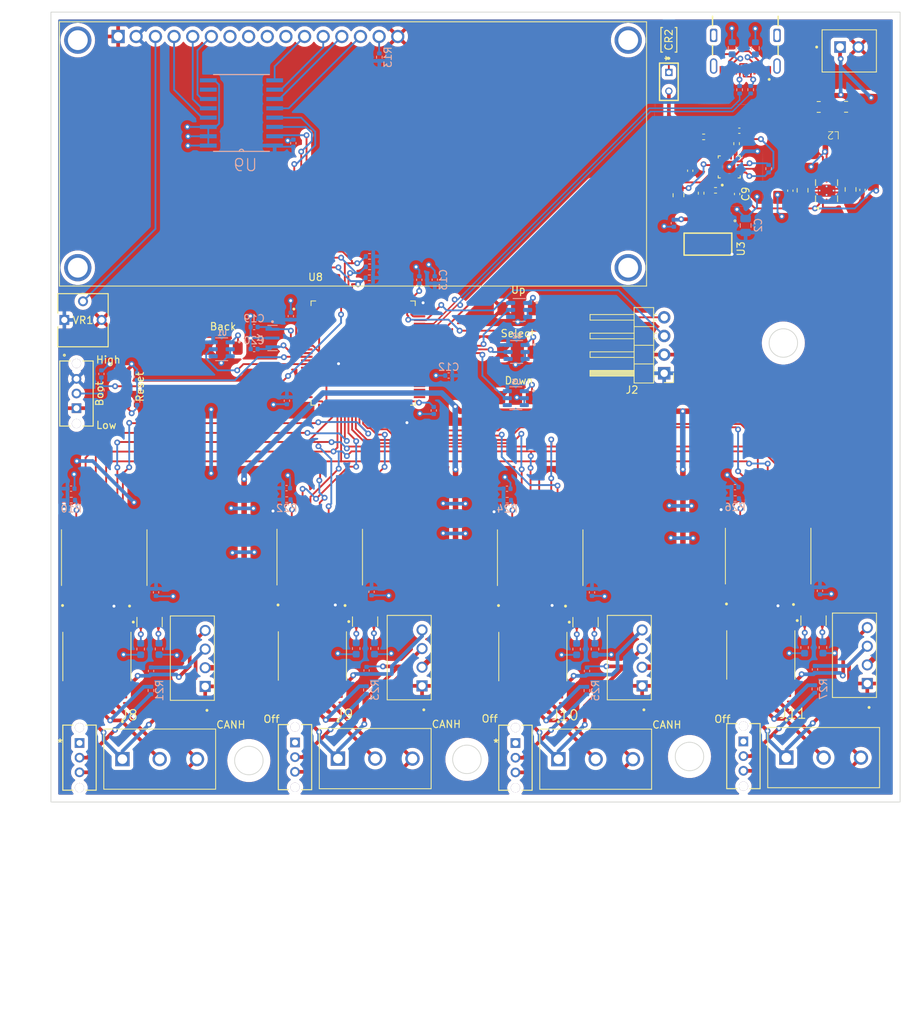
<source format=kicad_pcb>
(kicad_pcb (version 20240108) (generator "pcbnew") (generator_version "8.0")
  (layers (0 "F.Cu" signal) (31 "B.Cu" signal) (34 "B.Paste" user) (35 "F.Paste" user) (36 "B.SilkS" user "B.Silkscreen") (37 "F.SilkS" user "F.Silkscreen") (38 "B.Mask" user) (39 "F.Mask" user) (44 "Edge.Cuts" user))
  (net 0 "")
  (net 1 "VCC")
  (net 2 "GND")
  (net 3 "+3.3V")
  (net 4 "+5V")
  (net 5 "/MCU/Boot0")
  (net 6 "VDD")
  (net 7 "Net-(U7-EN2)")
  (net 8 "Net-(U8C-VCAP_1)")
  (net 9 "Net-(U8C-VCAP_2)")
  (net 10 "/MCU/NRST")
  (net 11 "/CAN1/OSC2")
  (net 12 "/CAN1/OSC1")
  (net 13 "/CAN1/CAN_VDD")
  (net 14 "/CAN1/CAN_GND")
  (net 15 "/CAN2/OSC2")
  (net 16 "/CAN2/OSC1")
  (net 17 "/CAN2/CAN_VDD")
  (net 18 "/CAN2/CAN_GND")
  (net 19 "/CAN3/OSC2")
  (net 20 "/CAN3/OSC1")
  (net 21 "/CAN3/CAN_VDD")
  (net 22 "/CAN3/CAN_GND")
  (net 23 "/CAN4/OSC2")
  (net 24 "/CAN4/OSC1")
  (net 25 "/CAN4/CAN_VDD")
  (net 26 "/CAN4/CAN_GND")
  (net 27 "Net-(CR2-Pad1)")
  (net 28 "/USB + Power Source/USB_VBUS")
  (net 29 "Net-(DS1-VO)")
  (net 30 "/LED/RS_L")
  (net 31 "/LED/RW_L")
  (net 32 "/LED/E_L")
  (net 37 "/LED/D4L")
  (net 38 "/LED/D5L")
  (net 39 "/LED/D6L")
  (net 40 "/LED/D7L")
  (net 41 "/LED/A")
  (net 42 "/USB + Power Source/USB_D-")
  (net 43 "/USB + Power Source/USB_D+")
  (net 45 "Net-(J1-CC2)")
  (net 46 "Net-(J1-CC1)")
  (net 48 "/CAN1/CANL")
  (net 49 "/CAN1/CANH")
  (net 50 "/CAN2/CANL")
  (net 51 "/CAN2/CANH")
  (net 52 "/CAN3/CANL")
  (net 53 "/CAN3/CANH")
  (net 54 "/CAN4/CANL")
  (net 55 "/CAN4/CANH")
  (net 56 "Net-(U6-SW)")
  (net 57 "/D+")
  (net 58 "/D-")
  (net 59 "/USB + Power Source/LBI")
  (net 60 "Net-(R8-Pad1)")
  (net 61 "Net-(U7-TS)")
  (net 62 "Net-(U19-~{RESET})")
  (net 63 "Net-(U7-~{PGOOD})")
  (net 64 "Net-(U7-~{CHG})")
  (net 65 "/USB + Power Source/ILIM")
  (net 66 "/USB + Power Source/TMR")
  (net 67 "Net-(R16-Pad1)")
  (net 68 "/USB + Power Source/Iset")
  (net 69 "/SDA")
  (net 70 "/SCL")
  (net 71 "/LCD_Int")
  (net 72 "Net-(R21-Pad1)")
  (net 73 "Net-(U21-~{RESET})")
  (net 74 "Net-(R23-Pad1)")
  (net 75 "Net-(U23-~{RESET})")
  (net 76 "Net-(R25-Pad1)")
  (net 77 "Net-(U25-~{RESET})")
  (net 78 "Net-(R27-Pad1)")
  (net 79 "/Buttons/Back")
  (net 80 "/Buttons/Sel")
  (net 81 "/Buttons/Up")
  (net 82 "/Buttons/Down")
  (net 88 "/Deb_back")
  (net 90 "/Deb_select")
  (net 92 "/Deb_Up")
  (net 94 "/Deb_Down")
  (net 97 "/SysOff")
  (net 100 "/SCK")
  (net 101 "/MISO")
  (net 102 "/MOSI")
  (net 103 "/CS1")
  (net 104 "/CS2")
  (net 105 "/CS3")
  (net 106 "/CS4")
  (net 107 "/INT1")
  (net 108 "/INT2")
  (net 109 "/INT3")
  (net 110 "/INT4")
  (net 119 "/MCU/Sys_CLK")
  (net 147 "/MCU/Osc2")
  (net 148 "/MCU/Osc1")
  (net 173 "/MCU/Sys_SDIO")
  (net 175 "/CAN1/CAN_TX")
  (net 176 "/CAN1/CAN_RX")
  (net 183 "/CAN2/CAN_TX")
  (net 184 "/CAN2/CAN_RX")
  (net 191 "/CAN3/CAN_TX")
  (net 192 "/CAN3/CAN_RX")
  (net 199 "/CAN4/CAN_TX")
  (net 200 "/CAN4/CAN_RX")
  (footprint "revparts2:SOP254P1040X485-8N" (layer "F.Cu") (at 146.0825 109.3475 -90)
    (property "Reference" "U20" (hide yes))
    (property "Value" "ISO1050DUBR" (hide yes))
  )
  (footprint "revparts2:TS-1088-AR02016" (layer "F.Cu") (at 163.2 67.3425)
    (property "Reference" "S5" (hide yes))
    (property "Value" "TS-1088-AR02016" (hide yes))
  )
  (footprint "relevantparts:CONV_RFM-0505S" (layer "F.Cu") (at 218.63 109.5 90)
    (property "Reference" "PS7" (hide yes))
    (property "Value" "B0505S-1WR3" (hide yes))
  )
  (footprint "revparts2:SOIC127P1030X265-18N" (layer "F.Cu") (at 147.0825 95.8775 90)
    (property "Reference" "U19" (hide yes))
    (property "Value" "MCP2515-I_SO" (hide yes))
  )
  (footprint "Resistor_SMD:R_0402_1005Metric" (layer "F.Cu") (at 233.25 39.48 90)
    (property "Reference" "R12" (hide yes))
    (property "Value" "10k" (hide yes))
  )
  (footprint "relevantparts:CONV_RFM-0505S" (layer "F.Cu") (at 249.31 109.18 90)
    (property "Reference" "PS8" (hide yes))
    (property "Value" "B0505S-1WR3" (hide yes))
  )
  (footprint "revparts3:CDRH5D28RHP" (layer "F.Cu") (at 246.33 39.84)
    (property "Reference" "L2")
    (property "Value" "6.8uH" (hide yes))
  )
  (footprint "Resistor_SMD:R_0805_2012Metric" (layer "F.Cu") (at 244.44 34.48 180)
    (property "Reference" "R7" (hide yes))
    (property "Value" "390k" (hide yes))
  )
  (footprint "revparts2:TS-1088-AR02016" (layer "F.Cu") (at 203.1275 74.0825)
    (property "Reference" "S13" (hide yes))
    (property "Value" "TS-1088-AR02016" (hide yes))
  )
  (footprint "revparts2:TS-1088-AR02016" (layer "F.Cu") (at 203.4175 61.9625)
    (property "Reference" "S12" (hide yes))
    (property "Value" "TS-1088-AR02016" (hide yes))
  )
  (footprint "revparts2:SS12D07_CNK" (layer "F.Cu") (at 234.18 120.919999)
    (property "Reference" "SW4" (hide yes))
    (property "Value" "SS12D07VG4NSGAPA" (hide yes))
  )
  (footprint "Resistor_SMD:R_0402_1005Metric" (layer "F.Cu") (at 228.76 38.56 180)
    (property "Reference" "R14" (hide yes))
    (property "Value" "1.18K" (hide yes))
  )
  (footprint "revparts2:CUI_TB006-508-03BE" (layer "F.Cu") (at 240.03 123.12)
    (property "Reference" "J11")
    (property "Value" "WJ500V-5.08-3P" (hide yes))
  )
  (footprint "relevantparts:CONV_RFM-0505S" (layer "F.Cu") (at 188.64 109.5 90)
    (property "Reference" "PS6" (hide yes))
    (property "Value" "B0505S-1WR3" (hide yes))
  )
  (footprint "revparts2:OSC_CSTNE16M0V530000R0" (layer "F.Cu") (at 182.6275 104.5875)
    (property "Reference" "Y3" (hide yes))
    (property "Value" "CSTNE16M0V530000R0" (hide yes))
  )
  (footprint "revparts2:SS12D07_CNK" (layer "F.Cu") (at 173.0775 121.057499)
    (property "Reference" "SW2" (hide yes))
    (property "Value" "SS12D07VG4NSGAPA" (hide yes))
  )
  (footprint "Capacitor_SMD:C_0805_2012Metric" (layer "F.Cu") (at 248.78 45.72 -90)
    (property "Reference" "C3" (hide yes))
    (property "Value" "10uF" (hide yes))
  )
  (footprint "revparts2:SOP254P1040X485-8N" (layer "F.Cu") (at 175.4475 109.2775 -90)
    (property "Reference" "U22" (hide yes))
    (property "Value" "ISO1050DUBR" (hide yes))
  )
  (footprint "Capacitor_SMD:C_0402_1005Metric" (layer "F.Cu") (at 233.32 46.34 -90)
    (property "Reference" "C9")
    (property "Value" "4.7uF" (hide yes))
  )
  (footprint "revparts2:OSC_CSTNE16M0V530000R0" (layer "F.Cu") (at 212.6675 104.6675)
    (property "Reference" "Y4" (hide yes))
    (property "Value" "CSTNE16M0V530000R0" (hide yes))
  )
  (footprint "revparts2:TS-1088-AR02016" (layer "F.Cu") (at 149.72 72.915 90)
    (property "Reference" "S10" (hide yes))
    (property "Value" "TS-1088-AR02016" (hide yes))
  )
  (footprint "revparts2:SOIC127P1030X265-18N" (layer "F.Cu") (at 176.4475 95.8075 90)
    (property "Reference" "U21" (hide yes))
    (property "Value" "MCP2515-I_SO" (hide yes))
  )
  (footprint "revparts2:SOIC127P1030X265-18N" (layer "F.Cu") (at 206.4875 95.8875 90)
    (property "Reference" "U23" (hide yes))
    (property "Value" "MCP2515-I_SO" (hide yes))
  )
  (footprint "Resistor_SMD:R_0402_1005Metric" (layer "F.Cu") (at 228.42 46.23 -90)
    (property "Reference" "R17" (hide yes))
    (property "Value" "1.5k" (hide yes))
  )
  (footprint "revparts2:JST_B2B-XH-A" (layer "F.Cu") (at 248.6 26.845 180)
    (property "Reference" "J4" (hide yes))
    (property "Value" "B2B-PH-K-S-GW" (hide yes))
  )
  (footprint "revparts2:OSC_CSTNE16M0V530000R0" (layer "F.Cu") (at 153.2625 104.6575)
    (property "Reference" "Y2" (hide yes))
    (property "Value" "CSTNE16M0V530000R0" (hide yes))
  )
  (footprint "revparts2:CUI_TB006-508-03BE" (layer "F.Cu") (at 149.5625 123.3275)
    (property "Reference" "J8")
    (property "Value" "WJ500V-5.08-3P" (hide yes))
  )
  (footprint "revparts2:SS12D07_CNK" (layer "F.Cu") (at 143.3 75.52 180)
    (property "Reference" "SW5" (hide yes))
    (property "Value" "SS12D07VG4NSGAPA" (hide yes))
  )
  (footprint "Resistor_SMD:R_0805_2012Metric" (layer "F.Cu") (at 248.17 34.46 180)
    (property "Reference" "R3" (hide yes))
    (property "Value" "2.87M" (hide yes))
  )
  (footprint "revparts2:LCD_LCM-S01602DTR_A" (layer "F.Cu") (at 181.53 41.18)
    (property "Reference" "DS1" (hide yes))
    (property "Value" "HS1602A-B")
  )
  (footprint "revparts2:SOIC127P1030X265-18N" (layer "F.Cu") (at 237.55 95.67 90)
    (property "Reference" "U25" (hide yes))
    (property "Value" "MCP2515-I_SO" (hide yes))
  )
  (footprint "Capacitor_SMD:C_0402_1005Metric" (layer "F.Cu") (at 233.62 37.72)
    (property "Reference" "C10" (hide yes))
    (property "Value" "4.7uF" (hide yes))
  )
  (footprint "Capacitor_SMD:C_0805_2012Metric" (layer "F.Cu") (at 242.24 45.83 90)
    (property "Reference" "C6" (hide yes))
    (property "Value" "47uF" (hide yes))
  )
  (footprint "revparts2:CUI_TB006-508-03BE" (layer "F.Cu") (at 208.9675 123.3375)
    (property "Reference" "J10")
    (property "Value" "WJ500V-5.08-3P" (hide yes))
  )
  (footprint "revparts2:GCT_USB4105-GF-A" (layer "F.Cu") (at 234.44 24.73 180)
    (property "Reference" "J1" (hide yes))
    (property "Value" "USB4105-GF-A" (hide yes))
  )
  (footprint "revparts2:CUI_TB006-508-03BE" (layer "F.Cu") (at 178.9275 123.2575)
    (property "Reference" "J9")
    (property "Value" "WJ500V-5.08-3P" (hide yes))
  )
  (footprint "Capacitor_SMD:C_0402_1005Metric" (layer "F.Cu") (at 226.93 43.17 -90)
    (property "Reference" "C8" (hide yes))
    (property "Value" "1uF" (hide yes))
  )
  (footprint "Capacitor_SMD:C_0402_1005Metric" (layer "F.Cu") (at 240.57 45.89 90)
    (property "Reference" "C5" (hide yes))
    (property "Value" "2.2uF" (hide yes))
  )
  (footprint "revparts2:SOP254P1040X485-8N" (layer "F.Cu") (at 236.55 109.14 -90)
    (property "Reference" "U26" (hide yes))
    (property "Value" "ISO1050DUBR" (hide yes))
  )
  (footprint "revparts2:QFN50P300X300X100-17N" (layer "F.Cu") (at 232.245 42.65 90)
    (property "Reference" "U7" (hide yes))
    (property "Value" "BQ24075RGTT" (hide yes))
  )
  (footprint "relevantparts:CONV_RFM-0505S" (layer "F.Cu") (at 159.09 109.57 90)
    (property "Reference" "PS5" (hide yes))
    (property "Value" "B0505S-1WR3" (hide yes))
  )
  (footprint "TS_102_G_A:SAMTEC_TS-102-G-A" (layer "F.Cu") (at 224.02 31.05 -90)
    (property "Reference" "J12" (hide yes))
    (property "Value" "TS-102-G-A")
  )
  (footprint "revparts2:VREG_V62_16624-01YE" (layer "F.Cu") (at 245.51 45.88 90)
    (property "Reference" "U6" (hide yes))
    (property "Value" "TPS61027DRCR" (hide yes))
  )
  (footprint "Connector_PinHeader_2.54mm:PinHeader_1x04_P2.54mm_Horizontal" (layer "F.Cu") (at 223.385 70.76 180)
    (property "Reference" "J2")
    (property "Value" "Conn_01x04_MountingPin" (hide yes))
  )
  (footprint "revparts3:POT_3362P" (layer "F.Cu") (at 141.65 63.4974)
    (property "Reference" "VR1")
    (property "Value" "3362P-1-103LF" (hide yes))
  )
  (footprint "Capacitor_SMD:C_0402_1005Metric" (layer "F.Cu") (at 250.4 45.78 -90)
    (property "Reference" "C4" (hide yes))
    (property "Value" "100nF" (hide yes))
  )
  (footprint "Resistor_SMD:R_0805_2012Metric" (layer "F.Cu") (at 225.331845 46.505841 -90)
    (property "Reference" "R15" (hide yes))
    (property "Value" "25k" (hide yes))
  )
  (footprint "revparts2:SS12D07_CNK" (layer "F.Cu") (at 143.7125 121.127499)
    (property "Reference" "SW1" (hide yes))
    (property "Value" "SS12D07VG4NSGAPA" (hide yes))
  )
  (footprint "Resistor_SMD:R_0402_1005Metric" (layer "F.Cu") (at 230.38 45.84)
    (property "Reference" "R9" (hide yes))
    (property "Value" "10k" (hide yes))
  )
  (footprint "revparts2:OSC_CSTNE16M0V530000R0" (layer "F.Cu") (at 243.73 104.45)
    (property "Reference" "Y5" (hide yes))
    (property "Value" "CSTNE16M0V530000R0" (hide yes))
  )
  (footprint "revparts2:QFP50P1600X1600X160-100N" (layer "F.Cu") (at 182.3625 68.0125)
    (property "Reference" "U8")
    (property "Value" "STM32F407VGT6" (hide yes))
  )
  (footprint "revparts2:SOP254P1040X485-8N" (layer "F.Cu") (at 205.4875 109.3575 -90)
    (property "Reference" "U24" (hide yes))
    (property "Value" "ISO1050DUBR" (hide yes))
  )
  (footprint "revparts2:SOT230P700X180-4N" (layer "F.Cu") (at 229.34575 53.16965 -90)
    (property "Reference" "U3")
    (property "Value" "LD1117S33TR" (hide yes))
  )
  (footprint "smd110:SOD-123FL_MCC" (layer "F.Cu") (at 224.02 25.331 90)
    (property "Reference" "CR2")
    (property "Value" "SMD110PL-TP" (hide yes))
  )
  (footprint "revparts2:TS-1088-AR02016" (layer "F.Cu") (at 203.375 67.8825)
    (property "Reference" "S11" (hide yes))
    (property "Value" "TS-1088-AR02016" (hide yes))
  )
  (footprint "revparts2:SS12D07_CNK" (layer "F.Cu") (at 203.1175 121.137499)
    (property "Reference" "SW3" (hide yes))
    (property "Value" "SS12D07VG4NSGAPA" (hide yes))
  )
  (footprint "Resistor_SMD:R_0402_1005Metric" (layer "B.Cu") (at 233.055 87.835)
    (property "Reference" "R26")
    (property "Value" "10k" (hide yes))
  )
  (footprint "Capacitor_SMD:C_0402_1005Metric" (layer "B.Cu") (at 171.9225 86.4125 180)
    (property "Reference" "C38" (hide yes))
    (property "Value" "100nF" (hide yes))
  )
  (footprint "Capacitor_SMD:C_0402_1005Metric" (layer "B.Cu") (at 167.51 67.46 180)
    (property "Reference" "C20")
    (property "Value" "30pF")
  )
  (footprint "revparts2:SOT95P275X110-6N" (layer "B.Cu") (at 163.0825 67.4925 180)
    (property "Reference" "U1")
    (property "Value" "MAX16054AZT_T" (hide yes))
  )
  (footprint "Capacitor_SMD:C_0402_1005Metric" (layer "B.Cu") (at 213.5475 100.6175 -90)
    (property "Reference" "C45" (hide yes))
    (property "Value" "100nF" (hide yes))
  )
  (footprint "Resistor_SMD:R_0402_1005Metric" (layer "B.Cu") (at 171.9525 87.9725)
    (property "Reference" "R22")
    (property "Value" "10k" (hide yes))
  )
  (footprint "Capacitor_SMD:C_0402_1005Metric" (layer "B.Cu") (at 151.56 71.23 90)
    (property "Reference" "C18" (hide yes))
    (property "Value" "100nF" (hide yes))
  )
  (footprint "RevParts:OSC_CSTNE16M0V530000R0" (layer "B.Cu") (at 170.01 65.96 -90)
    (property "Reference" "Y1")
    (property "Value" "CSTNE16M0V530000R0")
  )
  (footprint "Capacitor_SMD:C_0402_1005Metric" (layer "B.Cu") (at 153.4625 111.3175 90)
    (property "Reference" "C34" (hide yes))
    (property "Value" "100nF" (hide yes))
  )
  (footprint "Capacitor_SMD:C_0603_1608Metric" (layer "B.Cu") (at 152.0475 108.3325 -90)
    (property "Reference" "C31" (hide yes))
    (property "Value" "7pF" (hide yes))
  )
  (footprint "Capacitor_SMD:C_0402_1005Metric" (layer "B.Cu") (at 243.93 111.11 90)
    (property "Reference" "C49" (hide yes))
    (property "Value" "100nF" (hide yes))
  )
  (footprint "Resistor_SMD:R_0402_1005Metric" (layer "B.Cu") (at 182.8075 113.9075 90)
    (property "Reference" "R23")
    (property "Value" "120" (hide yes))
  )
  (footprint "Capacitor_SMD:C_0402_1005Metric" (layer "B.Cu") (at 212.8675 111.3275 90)
    (property "Reference" "C44" (hide yes))
    (property "Value" "100nF" (hide yes))
  )
  (footprint "Capacitor_SMD:C_0402_1005Metric" (layer "B.Cu") (at 233.025 86.275 180)
    (property "Reference" "C48" (hide yes))
    (property "Value" "100nF" (hide yes))
  )
  (footprint "Capacitor_SMD:C_0402_1005Metric" (layer "B.Cu") (at 194.0225 71.0725 180)
    (property "Reference" "C12")
    (property "Value" "100nF" (hide yes))
  )
  (footprint "Capacitor_SMD:C_0805_2012Metric" (layer "B.Cu") (at 234.48 50.63 -90)
    (property "Reference" "C2")
    (property "Value" "10uF" (hide yes))
  )
  (footprint "Capacitor_SMD:C_0402_1005Metric" (layer "B.Cu") (at 172.85 39.42 -90)
    (property "Reference" "C14" (hide yes))
    (property "Value" "100nF" (hide yes))
  )
  (footprint "Capacitor_SMD:C_0402_1005Metric" (layer "B.Cu") (at 142.5575 86.4825 180)
    (property "Reference" "C33" (hide yes))
    (property "Value" "100nF" (hide yes))
  )
  (footprint "revparts2:SOT95P275X110-6N" (layer "B.Cu") (at 203.1625 74.1525 180)
    (property "Reference" "U5")
    (property "Value" "MAX16054AZT_T" (hide yes))
  )
  (footprint "Capacitor_SMD:C_0603_1608Metric" (layer "B.Cu") (at 183.9125 108.2525 -90)
    (property "Reference" "C37" (hide yes))
    (property "Value" "7pF" (hide yes))
  )
  (footprint "Capacitor_SMD:C_0603_1608Metric" (layer "B.Cu") (at 154.5475 108.3225 -90)
    (property "Reference" "C32" (hide yes))
    (property "Value" "7pF" (hide yes))
  )
  (footprint "revparts2:SOT95P275X110-6N" (layer "B.Cu") (at 203.62 62.1325 180)
    (property "Reference" "U4" (hide yes))
    (property "Value" "MAX16054AZT_T" (hide yes))
  )
  (footprint "Capacitor_SMD:C_0402_1005Metric" (layer "B.Cu") (at 154.1425 100.6075 -90)
    (property "Reference" "C35" (hide yes))
    (property "Value" "100nF" (hide yes))
  )
  (footprint "Resistor_SMD:R_0402_1005Metric" (layer "B.Cu") (at 146.69 73.03 90)
    (property "Reference" "R8" (hide yes))
    (property "Value" "10k" (hide yes))
  )
  (footprint "Resistor_SMD:R_0402_1005Metric" (layer "B.Cu") (at 243.91 113.77 90)
    (property "Reference" "R27")
    (property "Value" "120" (hide yes))
  )
  (footprint "Capacitor_SMD:C_0402_1005Metric" (layer "B.Cu") (at 192.1225 58.0225 90)
    (property "Reference" "C13")
    (property "Value" "100nF" (hide yes))
  )
  (footprint "Capacitor_SMD:C_0402_1005Metric" (layer "B.Cu") (at 224.7 50.32 -90)
    (property "Reference" "C1" (hide yes))
    (property "Value" "100nF" (hide yes))
  )
  (footprint "Capacitor_SMD:C_0402_1005Metric" (layer "B.Cu") (at 244.61 100.4 -90)
    (property "Reference" "C50" (hide yes))
    (property "Value" "100nF" (hide yes))
  )
  (footprint "Resistor_SMD:R_0402_1005Metric" (layer "B.Cu") (at 237.62 42.89 -90)
    (property "Reference" "R11" (hide yes))
    (property "Value" "10k" (hide yes))
  )
  (footprint "Capacitor_SMD:C_0603_1608Metric" (layer "B.Cu") (at 181.4125 108.2625 -90)
    (property "Reference" "C36" (hide yes))
    (property "Value" "7pF" (hide yes))
  )
  (footprint "Capacitor_SMD:C_0402_1005Metric" (layer "B.Cu") (at 172.51 62.98 90)
    (property "Reference" "C11" (hide yes))
    (property "Value" "100nF" (hide yes))
  )
  (footprint "Resistor_SMD:R_0402_1005Metric" (layer "B.Cu") (at 233.66 32.14 90)
    (property "Reference" "R1" (hide yes))
    (property "Value" "22" (hide yes))
  )
  (footprint "Resistor_SMD:R_0402_1005Metric" (layer "B.Cu") (at 235.17 32.13 90)
    (property "Reference" "R2" (hide yes))
    (property "Value" "22" (hide yes))
  )
  (footprint "Resistor_SMD:R_0402_1005Metric" (layer "B.Cu") (at 153.4425 113.9775 90)
    (property "Reference" "R21")
    (property "Value" "120" (hide yes))
  )
  (footprint "Resistor_SMD:R_0402_1005Metric" (layer "B.Cu") (at 183.2425 56.2625 180)
    (property "Reference" "R19" (hide yes))
    (property "Value" "4.7k" (hide yes))
  )
  (footprint "Resistor_SMD:R_0402_1005Metric" (layer "B.Cu") (at 212.8475 113.9875 90)
    (property "Reference" "R25")
    (property "Value" "120" (hide yes))
  )
  (footprint "Resistor_SMD:R_0603_1608Metric" (layer "B.Cu") (at 232.64 26.48 -90)
    (property "Reference" "R5" (hide yes))
    (property "Value" "5.1k" (hide yes))
  )
  (footprint "Resistor_SMD:R_0402_1005Metric" (layer "B.Cu") (at 201.9925 88.0525)
    (property "Reference" "R24")
    (property "Value" "10k" (hide yes))
  )
  (footprint "Capacitor_SMD:C_0402_1005Metric" (layer "B.Cu") (at 183.5075 100.5375 -90)
    (property "Reference" "C40" (hide yes))
    (property "Value" "100nF" (hide yes))
  )
  (footprint "revparts2:SOT95P275X110-6N" (layer "B.Cu") (at 203.27 67.8625 180)
    (property "Reference" "U2")
    (property "Value" "MAX16054AZT_T" (hide yes))
  )
  (footprint "Resistor_SMD:R_0402_1005Metric" (layer "B.Cu") (at 183.2025 57.7525 180)
    (property "Reference" "R20" (hide yes))
    (property "Value" "4.7k" (hide yes))
  )
  (footprint "Capacitor_SMD:C_0402_1005Metric" (layer "B.Cu") (at 167.51 64.46 180)
    (property "Reference" "C19")
    (property "Value" "30pF")
  )
  (footprint "Capacitor_SMD:C_0603_1608Metric" (layer "B.Cu") (at 242.515 108.125 -90)
    (property "Reference" "C46" (hide yes))
    (property "Value" "7pF" (hide yes))
  )
  (footprint "Resistor_SMD:R_0402_1005Metric" (layer "B.Cu") (at 183.2325 54.8425 180)
    (property "Reference" "R18" (hide yes))
    (property "Value" "4.7k" (hide yes))
  )
  (footprint "Capacitor_SMD:C_0402_1005Metric" (layer "B.Cu") (at 171.9725 74.5025 -90)
    (property "Reference" "C15" (hide yes))
    (property "Value" "100nF" (hide yes))
  )
  (footprint "Capacitor_SMD:C_0603_1608Metric" (layer "B.Cu") (at 213.9525 108.3325 -90)
    (property "Reference" "C42" (hide yes))
    (property "Value" "7pF" (hide yes))
  )
  (footprint "Capacitor_SMD:C_0402_1005Metric" (layer "B.Cu") (at 201.9625 86.4925 180)
    (property "Reference" "C43" (hide yes))
    (property "Value" "100nF" (hide yes))
  )
  (footprint "Resistor_SMD:R_0603_1608Metric" (layer "B.Cu") (at 235.81 26.49 90)
    (property "Reference" "R4" (hide yes))
    (property "Value" "5.1k" (hide yes))
  )
  (footprint "Resistor_SMD:R_0402_1005Metric" (layer "B.Cu") (at 184.57 27.7 90)
    (property "Reference" "R13")
    (property "Value" "10k")
  )
  (footprint "Resistor_SMD:R_0402_1005Metric" (layer "B.Cu") (at 151.56 74.57 90)
    (property "Reference" "R16" (hide yes))
    (property "Value" "100" (hide yes))
  )
  (footprint "Capacitor_SMD:C_0402_1005Metric" (layer "B.Cu") (at 191.9825 75.8325 -90)
    (property "Reference" "C16" (hide yes))
    (property "Value" "2.2uF" (hide yes))
  )
  (footprint "Capacitor_SMD:C_0402_1005Metric" (layer "B.Cu") (at 190.0125 58.0325 90)
    (property "Reference" "C17" (hide yes))
    (property "Value" "2.2uF" (hide yes))
  )
  (footprint "Capacitor_SMD:C_0402_1005Metric" (layer "B.Cu") (at 182.8275 111.2475 90)
    (property "Reference" "C39" (hide yes))
    (property "Value" "100nF" (hide yes))
  )
  (footprint "Capacitor_SMD:C_0603_1608Metric" (layer "B.Cu") (at 245.015 108.115 -90)
    (property "Reference" "C47" (hide yes))
    (property "Value" "7pF" (hide yes))
  )
  (footprint "revparts2:SOIC127P1032X265-16N" (layer "B.Cu") (at 165.783 35.3)
    (property "Reference" "U9")
    (property "Value" "PCF8574T_3_518" (hide yes))
  )
  (footprint "Capacitor_SMD:C_0402_1005Metric" (layer "B.Cu") (at 146.69 70.85 -90)
    (property "Reference" "C7" (hide yes))
    (property "Value" "100nF" (hide yes))
  )
  (footprint "Capacitor_SMD:C_0603_1608Metric" (layer "B.Cu") (at 211.4525 108.3425 -90)
    (property "Reference" "C41" (hide yes))
    (property "Value" "7pF" (hide yes))
  )
  (footprint "Resistor_SMD:R_0402_1005Metric" (layer "B.Cu") (at 142.5875 88.0425)
    (property "Reference" "R10")
    (property "Value" "10k" (hide yes))
  )
  (gr_circle (center 226.83 122.97) (end 225.38 121.68) (stroke (width 0.1)) (fill none) (layer "Edge.Cuts"))
  (gr_circle (center 166.79 123.52) (end 165.34 122.23) (stroke (width 0.1)) (fill none) (layer "Edge.Cuts"))
  (gr_circle (center 239.62 66.64) (end 238.17 65.35) (stroke (width 0.1)) (fill none) (layer "Edge.Cuts"))
  (gr_rect (start 139.82 21.56) (end 255.53 129.17) (stroke (width 0.1)) (fill none) (layer "Edge.Cuts"))
  (gr_circle (center 196.5 123.36) (end 195.05 122.07) (stroke (width 0.1)) (fill none) (layer "Edge.Cuts"))
  (gr_text "Back" (at 161.38 64.98 0) (layer "F.SilkS") (effects (font (size 1 1)) (justify left bottom)))
  (gr_text "Boot" (at 147.03 75.34 90) (layer "F.SilkS") (effects (font (size 1 1)) (justify left bottom)))
  (gr_text "Reset" (at 152.54 74.76 90) (layer "F.SilkS") (effects (font (size 1 1)) (justify left bottom)))
  (gr_text "High" (at 145.87 69.51 0) (layer "F.SilkS") (effects (font (size 1 1)) (justify left bottom)))
  (gr_text "Down" (at 201.56 72.34 0) (layer "F.SilkS") (effects (font (size 1 1)) (justify left bottom)))
  (gr_text "CANH" (at 221.6675 119.2375 0) (layer "F.SilkS") (effects (font (size 1 1)) (justify left bottom)))
  (gr_text "Up" (at 202.43 59.99 0) (layer "F.SilkS") (effects (font (size 1 1)) (justify left bottom)))
  (gr_text "Off" (at 168.69 118.46 0) (layer "F.SilkS") (effects (font (size 1 1)) (justify left bottom)))
  (gr_text "Low" (at 145.89 78.42 0) (layer "F.SilkS") (effects (font (size 1 1)) (justify left bottom)))
  (gr_text "CANH" (at 191.6275 119.1575 0) (layer "F.SilkS") (effects (font (size 1 1)) (justify left bottom)))
  (gr_text "CANH" (at 162.2625 119.2275 0) (layer "F.SilkS") (effects (font (size 1 1)) (justify left bottom)))
  (gr_text "Off" (at 230.13 118.46 0) (layer "F.SilkS") (effects (font (size 1 1)) (justify left bottom)))
  (gr_text "Off" (at 198.42 118.41 0) (layer "F.SilkS") (effects (font (size 1 1)) (justify left bottom)))
  (gr_text "Select" (at 201.01 65.92 0) (layer "F.SilkS") (effects (font (size 1 1)) (justify left bottom)))
  (segment (start 225.7 49.78) (end 226.5561 49.78) (width 0.5) (layer "F.Cu") (net 1))
  (segment (start 227.04575 47.9) (end 230.670538 47.9) (width 0.5) (layer "F.Cu") (net 1))
  (segment (start 243.93 48.3) (end 235.767609 48.3) (width 0.25) (layer "F.Cu") (net 1))
  (segment (start 232.29 45.61) (end 232.29 44.085) (width 0.5) (layer "F.Cu") (net 1))
  (segment (start 247.35 26.32) (end 247.35 27.85) (width 0.5) (layer "F.Cu") (net 1))
  (segment (start 230.670538 47.9) (end 230.670538 47.229462) (width 0.5) (layer "F.Cu") (net 1))
  (segment (start 247.35 27.85) (end 247.43 27.93) (width 0.25) (layer "F.Cu") (net 1))
  (segment (start 244.51 47.72) (end 244.51 47.28) (width 0.25) (layer "F.Cu") (net 1))
  (segment (start 227.04575 50.26965) (end 227.04575 47.9) (width 0.5) (layer "F.Cu") (net 1))
  (segment (start 252.27 45.89) (end 251.68 45.3) (width 0.25) (layer "F.Cu") (net 1))
  (segment (start 246.51 44.48) (end 248.49 44.48) (width 0.25) (layer "F.Cu") (net 1))
  (segment (start 226.5561 49.78) (end 227.04575 50.26965) (width 0.25) (layer "F.Cu") (net 1))
  (segment (start 232.29 45.61) (end 233.07 45.61) (width 0.25) (layer "F.Cu") (net 1))
  (segment (start 232.495 44.085) (end 231.995 44.085) (width 0.25) (layer "F.Cu") (net 1))
  (segment (start 243.93 48.3) (end 244.51 47.72) (width 0.25) (layer "F.Cu") (net 1))
  (segment (start 248.49 44.48) (end 248.78 44.77) (width 0.25) (layer "F.Cu") (net 1))
  (segment (start 233.327609 45.86) (end 233.32 45.86) (width 0.25) (layer "F.Cu") (net 1))
  (segment (start 251.68 45.3) (end 250.4 45.3) (width 0.25) (layer "F.Cu") (net 1))
  (segment (start 235.767609 48.3) (end 233.327609 45.86) (width 0.25) (layer "F.Cu") (net 1))
  (segment (start 230.670538 47.229462) (end 232.29 45.61) (width 0.5) (layer "F.Cu") (net 1))
  (segment (start 233.07 45.61) (end 233.32 45.86) (width 0.25) (layer "F.Cu") (net 1))
  (via (at 225.7 49.78) (size 0.8) (drill 0.4) (layers "F.Cu" "B.Cu") (net 1))
  (via (at 252.27 45.89) (size 0.8) (drill 0.4) (layers "F.Cu" "B.Cu") (net 1))
  (via (at 251.58 33.22) (size 0.8) (drill 0.4) (layers "F.Cu" "B.Cu") (net 1))
  (via (at 247.43 27.93) (size 0.8) (drill 0.4) (layers "F.Cu" "B.Cu") (net 1))
  (via (at 247.46 32.82) (size 0.8) (drill 0.4) (layers "F.Cu" "B.Cu") (net 1))
  (via (at 243.93 48.3) (size 0.8) (drill 0.4) (layers "F.Cu" "B.Cu") (net 1))
  (segment (start 251.77 45.89) (end 249.35 48.31) (width 0.25) (layer "B.Cu") (net 1))
  (segment (start 247.43 29.07) (end 247.43 32.79) (width 0.5) (layer "B.Cu") (net 1))
  (segment (start 224.7 49.84) (end 225.64 49.84) (width 0.5) (layer "B.Cu") (net 1))
  (segment (start 247.43 29.07) (end 251.58 33.22) (width 0.5) (layer "B.Cu") (net 1))
  (segment (start 247.43 32.79) (end 247.46 32.82) (width 0.5) (layer "B.Cu") (net 1))
  (segment (start 247.43 27.93) (end 247.43 29.07) (width 0.5) (layer "B.Cu") (net 1))
  (segment (start 249.35 48.31) (end 243.94 48.31) (width 0.25) (layer "B.Cu") (net 1))
  (segment (start 225.64 49.84) (end 225.7 49.78) (width 0.25) (layer "B.Cu") (net 1))
  (segment (start 252.27 45.89) (end 251.77 45.89) (width 0.25) (layer "B.Cu") (net 1))
  (segment (start 243.94 48.31) (end 243.93 48.3) (width 0.25) (layer "B.Cu") (net 1))
  (segment (start 236.19 31.59) (end 237.64 30.14) (width 0.25) (layer "F.Cu") (net 2))
  (segment (start 168.37 95.21) (end 168.3 95.14) (width 0.25) (layer "F.Cu") (net 2))
  (segment (start 172.49 60.87) (end 172.49 61.429117) (width 0.25) (layer "F.Cu") (net 2))
  (segment (start 232.495 42.9) (end 232.245 42.65) (width 0.25) (layer "F.Cu") (net 2))
  (segment (start 233.68 41.9) (end 234.4 41.18) (width 0.25) (layer "F.Cu") (net 2))
  (segment (start 228.97 46.74) (end 229.87 45.84) (width 0.25) (layer "F.Cu") (net 2))
  (segment (start 150.82 69.49) (end 150.82 69.74) (width 0.25) (layer "F.Cu") (net 2))
  (segment (start 245.51 45.88) (end 245.788248 45.88) (width 0.25) (layer "F.Cu") (net 2))
  (segment (start 232.52 31.59) (end 236.19 31.59) (width 0.25) (layer "F.Cu") (net 2))
  (segment (start 190.901617 62.5125) (end 191.7 61.714117) (width 0.25) (layer "F.Cu") (net 2))
  (segment (start 160.89 28.46) (end 153.09 28.46) (width 0.5) (layer "F.Cu") (net 2))
  (segment (start 223.89 43.65) (end 223.55 43.31) (width 0.25) (layer "F.Cu") (net 2))
  (segment (start 176.8625 58.0825) (end 176.86 58.08) (width 0.25) (layer "F.Cu") (net 2))
  (segment (start 246.51 47.28) (end 248.17 47.28) (width 0.25) (layer "F.Cu") (net 2))
  (segment (start 190.0425 62.5125) (end 190.901617 62.5125) (width 0.25) (layer "F.Cu") (net 2))
  (segment (start 228.42 46.74) (end 228.97 46.74) (width 0.25) (layer "F.Cu") (net 2))
  (segment (start 231.24 29.485) (end 231.24 30.31) (width 0.25) (layer "F.Cu") (net 2))
  (segment (start 234.4 41.18) (end 234.4 40.73) (width 0.25) (layer "F.Cu") (net 2))
  (segment (start 175.6625 74.5875) (end 175.06 75.19) (width 0.25) (layer "F.Cu") (net 2))
  (segment (start 237.64 30.14) (end 237.64 29.485) (width 0.25) (layer "F.Cu") (net 2))
  (segment (start 191.7 61.714117) (end 191.7 60.8) (width 0.25) (layer "F.Cu") (net 2))
  (segment (start 142.93 82.72) (end 143.34 82.72) (width 0.25) (layer "F.Cu") (net 2))
  (segment (start 173.822412 66.5125) (end 173.235 65.925088) (width 0.25) (layer "F.Cu") (net 2))
  (segment (start 248.17 47.28) (end 248.78 46.67) (width 0.25) (layer "F.Cu") (net 2))
  (segment (start 245.51 44.48) (end 245.51 40.795401) (width 0.25) (layer "F.Cu") (net 2))
  (segment (start 142.26 82.05) (end 142.93 82.72) (width 0.5) (layer "F.Cu") (net 2))
  (segment (start 203.3025 74.0525) (end 203.2725 74.0825) (width 0.25) (layer "F.Cu") (net 2))
  (segment (start 163.035 69.2525) (end 161.125 67.3425) (width 0.25) (layer "F.Cu") (net 2))
  (segment (start 231.24 30.31) (end 232.52 31.59) (width 0.25) (layer "F.Cu") (net 2))
  (segment (start 226.93 43.65) (end 223.89 43.65) (width 0.25) (layer "F.Cu") (net 2))
  (segment (start 236.11 42.9) (end 236.14 42.93) (width 0.25) (layer "F.Cu") (net 2))
  (segment (start 201.4 67.8825) (end 203.12 69.6025) (width 0.25) (layer "F.Cu") (net 2))
  (segment (start 174.6825 66.5125) (end 173.822412 66.5125) (width 0.25) (layer "F.Cu") (net 2))
  (segment (start 150.82 69.74) (end 149.72 70.84) (width 0.25) (layer "F.Cu") (net 2))
  (segment (start 244.51 44.48) (end 242.64 44.48) (width 0.3) (layer "F.Cu") (net 2))
  (segment (start 244.231752 44.88) (end 242.24 44.88) (width 0.25) (layer "F.Cu") (net 2))
  (segment (start 246.578248 46.67) (end 248.78 46.67) (width 0.25) (layer "F.Cu") (net 2))
  (segment (start 170.04 27.14) (end 175.72 32.82) (width 0.5) (layer "F.Cu") (net 2))
  (segment (start 173.235 65.925088) (end 173.235 61.615) (width 0.25) (layer "F.Cu") (net 2))
  (segment (start 176.8625 60.3325) (end 176.8625 58.0825) (width 0.25) (layer "F.Cu") (net 2))
  (segment (start 203.2725 74.0825) (end 201.0525 74.0825) (width 0.25) (layer "F.Cu") (net 2))
  (segment (start 245.788248 45.88) (end 246.578248 46.67) (width 0.25) (layer "F.Cu") (net 2))
  (segment (start 251.385 113.2725) (end 251.385 113.3) (width 0.75) (layer "F.Cu") (net 2))
  (segment (start 233.68 42.9) (end 236.11 42.9) (width 0.25) (layer "F.Cu") (net 2))
  (segment (start 173.235 61.615) (end 172.49 60.87) (width 0.25) (layer "F.Cu") (net 2))
  (segment (start 176.8625 75.6925) (end 176.8625 74.6925) (width 0.25) (layer "F.Cu") (net 2))
  (segment (start 168.3 95.14) (end 167.53 95.14) (width 0.5) (layer "F.Cu") (net 2))
  (segment (start 175.72 32.82) (end 175.72 32.86) (width 0.25) (layer "F.Cu") (net 2))
  (segment (start 201.3 67.8825) (end 201.4 67.8825) (width 0.25) (layer "F.Cu") (net 2))
  (segment (start 201.635424 61.9625) (end 203.43826 63.765336) (width 0.25) (layer "F.Cu") (net 2))
  (segment (start 201.3425 61.9625) (end 201.635424 61.9625) (width 0.25) (layer "F.Cu") (net 2))
  (segment (start 243.41 42.62) (end 242.37 42.62) (width 0.25) (layer "F.Cu") (net 2))
  (segment (start 162.92 84.39) (end 161.65 84.39) (width 0.5) (layer "F.Cu") (net 2))
  (segment (start 245.51 45.88) (end 245.231752 45.88) (width 0.25) (layer "F.Cu") (net 2))
  (segment (start 245.51 40.795401) (end 245.285884 40.571285) (width 0.25) (layer "F.Cu") (net 2))
  (segment (start 232.995 44.085) (end 233.345 44.085) (width 0.25) (layer "F.Cu") (net 2))
  (segment (start 233.68 42.9) (end 232.495 42.9) (width 0.25) (layer "F.Cu") (net 2))
  (segment (start 176.8625 74.6925) (end 176.7575 74.5875) (width 0.25) (layer "F.Cu") (net 2))
  (segment (start 176.7575 74.5875) (end 175.6625 74.5875) (width 0.25) (layer "F.Cu") (net 2))
  (segment (start 168.58 89.15) (end 168.56 89.17) (width 0.25) (layer "F.Cu") (net 2))
  (segment (start 226.010186 46.74) (end 225.331845 47.418341) (width 0.25) (layer "F.Cu") (net 2))
  (segment (start 233.345 44.085) (end 234.38 45.12) (width 0.25) (layer "F.Cu") (net 2))
  (segment (start 163.035 69.3625) (end 163.035 69.2525) (width 0.25) (layer "F.Cu") (net 2))
  (segment (start 245.231752 45.88) (end 244.231752 44.88) (width 0.25) (layer "F.Cu") (net 2))
  (segment (start 228.42 46.74) (end 226.010186 46.74) (width 0.25) (layer "F.Cu") (net 2))
  (segment (start 168.56 89.17) (end 167.41 89.17) (width 0.5) (layer "F.Cu") (net 2))
  (via (at 203.12 69.6025) (size 0.8) (drill 0.4) (layers "F.Cu" "B.Cu") (net 2))
  (via (at 196.3 92.59) (size 0.8) (drill 0.4) (layers "F.Cu" "B.Cu") (net 2))
  (via (at 167.01 62.96) (size 0.8) (drill 0.4) (layers "F.Cu" "B.Cu") (net 2))
  (via (at 227.11 88.83) (size 0.8) (drill 0.4) (layers "F.Cu" "B.Cu") (net 2))
  (via (at 223.38 50.73) (size 0.8) (drill 0.4) (layers "F.Cu" "B.Cu") (net 2))
  (via (at 185.85 101.05) (size 0.8) (drill 0.4) (layers "F.Cu" "B.Cu") (net 2))
  (via (at 243.41 42.62) (size 0.8) (drill 0.4) (layers "F.Cu" "B.Cu") (net 2))
  (via (at 245.285884 40.571285) (size 0.8) (drill 0.4) (layers "F.Cu" "B.Cu") (net 2))
  (via (at 246.16 100.82) (size 0.8) (drill 0.4) (layers "F.Cu" "B.Cu") (net 2))
  (via (at 164.56 95.21) (size 0.8) (drill 0.4) (layers "F.Cu" "B.Cu") (net 2))
  (via (at 158.41 37.19) (size 0.8) (drill 0.4) (layers "F.Cu" "B.Cu") (net 2))
  (via (at 224.08 88.79) (size 0.8) (drill 0.4) (layers "F.Cu" "B.Cu") (net 2))
  (via (at 201.68 84.91) (size 0.8) (drill 0.4) (layers "F.Cu" "B.Cu") (net 2))
  (via (at 189.58 56.27) (size 0.8) (drill 0.4) (layers "F.Cu" "B.Cu") (net 2))
  (via (at 196.3 88.53) (size 0.8) (drill 0.4) (layers "F.Cu" "B.Cu") (net 2))
  (via (at 193.27 92.55) (size 0.8) (drill 0.4) (layers "F.Cu" "B.Cu") (net 2))
  (via (at 193.27 88.49) (size 0.8) (drill 0.4) (layers "F.Cu" "B.Cu") (net 2))
  (via (at 149.71 109.08) (size 0.8) (drill 0.4) (layers "F.Cu" "B.Cu") (net 2))
  (via (at 170.14 75.03) (size 0.8) (drill 0.4) (layers "F.Cu" "B.Cu") (net 2))
  (via (at 151.14 88.35) (size 0.8) (drill 0.4) (layers "F.Cu" "B.Cu") (net 2))
  (via (at 150.82 69.49) (size 0.8) (drill 0.4) (layers "F.Cu" "B.Cu") (net 2))
  (via (at 167.53 95.14) (size 0.8) (drill 0.4) (layers "F.Cu" "B.Cu") (net 2))
  (via (at 172.1 84.67) (size 0.8) (drill 0.4) (layers "F.Cu" "B.Cu") (net 2))
  (via (at 147.77 69.51) (size 0.8) (drill 0.4) (layers "F.Cu" "B.Cu") (net 2))
  (via (at 236.03 46.7) (size 0.8) (drill 0.4) (layers "F.Cu" "B.Cu") (net 2))
  (via (at 235.79 23.81) (size 0.8) (drill 0.4) (layers "F.Cu" "B.Cu") (net 2))
  (via (at 142.9725 84.5225) (size 0.8) (drill 0.4) (layers "F.Cu" "B.Cu") (net 2))
  (via (at 224.29 93.18) (size 0.8) (drill 0.4) (layers "F.Cu" "B.Cu") (net 2))
  (via (at 216.17 109.09) (size 0.8) (drill 0.4) (layers "F.Cu" "B.Cu") (net 2))
  (via (at 231.97 84.61) (size 0.8) (drill 0.4) (layers "F.Cu" "B.Cu") (net 2))
  (via (at 233.3 48.43) (size 0.8) (drill 0.4) (layers "F.Cu" "B.Cu") (net 2))
  (via (at 172.09 39.0595) (size 0.8) (drill 0.4) (layers "F.Cu" "B.Cu") (net 2))
  (via (at 190.09 76.25) (size 0.8) (drill 0.4) (layers "F.Cu" "B.Cu") (net 2))
  (via (at 192.28 71.06) (size 0.8) (drill 0.4) (layers "F.Cu" "B.Cu") (net 2))
  (via (at 164.38 89.13) (size 0.8) (drill 0.4) (layers "F.Cu" "B.Cu") (net 2))
  (via (at 167.01 65.96) (size 0.8) (drill 0.4) (layers "F.Cu" "B.Cu") (net 2))
  (via (at 232.27 42.62) (size 0.8) (drill 0.4) (layers "F.Cu" "B.Cu") (net 2))
  (via (at 203.3025 74.0525) (size 0.8) (drill 0.4) (layers "F.Cu" "B.Cu") (net 2))
  (via (at 158.48 39.76) (size 0.8) (drill 0.4) (layers "F.Cu" "B.Cu") (net 2))
  (via (at 186.19 108.93) (size 0.8) (drill 0.4) (layers "F.Cu" "B.Cu") (net 2))
  (via (at 215.26 101.15) (size 0.8) (drill 0.4) (layers "F.Cu" "B.Cu") (net 2))
  (via (at 158.5 38.49) (size 0.8) (drill 0.4) (layers "F.Cu" "B.Cu") (net 2))
  (via (at 161.66 75.7) (size 0.8) (drill 0.4) (layers "F.Cu" "B.Cu") (net 2))
  (via (at 161.65 84.39) (size 0.8) (drill 0.4) (layers "F.Cu" "B.Cu") (net 2))
  (via (at 156.47 101.15) (size 0.8) (drill 0.4) (layers "F.Cu" "B.Cu") (net 2))
  (via (at 172.49 60.87) (size 0.8) (drill 0.4) (layers "F.Cu" "B.Cu") (net 2))
  (via (at 163.035 69.3625) (size 0.8) (drill 0.4) (layers "F.Cu" "B.Cu") (net 2))
  (via (at 156.97 109.18) (size 0.8) (drill 0.4) (layers "F.Cu" "B.Cu") (net 2))
  (via (at 178.91 108.93) (size 0.8) (drill 0.4) (layers "F.Cu" "B.Cu") (net 2))
  (via (at 246.6 108.89) (size 0.8) (drill 0.4) (layers "F.Cu" "B.Cu") (net 2))
  (via (at 227.32 93.22) (size 0.8) (drill 0.4) (layers "F.Cu" "B.Cu") (net 2))
  (via (at 232.6 23.77) (size 0.8) (drill 0.4) (layers "F.Cu" "B.Cu") (net 2))
  (via (at 240.43 108.9) (size 0.8) (drill 0.4) (layers "F.Cu" "B.Cu") (net 2))
  (via (at 143.34 82.72) (size 0.8) (drill 0.4) (layers "F.Cu" "B.Cu") (net 2))
  (via (at 236.09 40.52) (size 0.8) (drill 0.4) (layers "F.Cu" "B.Cu") (net 2))
  (via (at 209.4 109.12) (size 0.8) (drill 0.4) (layers "F.Cu" "B.Cu") (net 2))
  (via (at 167.41 89.17) (size 0.8) (drill 0.4) (layers "F.Cu" "B.Cu") (net 2))
  (via (at 191.3 55.96) (size 0.8) (drill 0.4) (layers "F.Cu" "B.Cu") (net 2))
  (via (at 203.43826 63.765336) (size 0.8) (drill 0.4) (layers "F.Cu" "B.Cu") (net 2))
  (segment (start 204.3225 74.1525) (end 203.4025 74.1525) (width 0.25) (layer "B.Cu") (net 2))
  (segment (start 172.09 39.0595) (end 172.722891 39.0595) (width 0.25) (layer "B.Cu") (net 2))
  (segment (start 243.41 42.447169) (end 245.285884 40.571285) (width 0.25) (layer "B.Cu") (net 2))
  (segment (start 234.48 49.68) (end 234.48 49.61) (width 0.25) (layer "B.Cu") (net 2))
  (segment (start 172.722891 39.0595) (end 172.842391 38.94) (width 0.25) (layer "B.Cu") (net 2))
  (segment (start 172.51 60.89) (end 172.49 60.87) (width 0.25) (layer "B.Cu") (net 2))
  (segment (start 172.4025 86.4125) (end 172.4025 84.9725) (width 0.25) (layer "B.Cu") (net 2))
  (segment (start 244.61 100.88) (end 246.1 100.88) (width 0.25) (layer "B.Cu") (net 2))
  (segment (start 192.1225 57.5425) (end 192.1225 56.7825) (width 0.25) (layer "B.Cu") (net 2))
  (segment (start 232.64 25.655) (end 232.64 23.81) (width 0.25) (layer "B.Cu") (net 2))
  (segment (start 143.0375 84.5875) (end 142.9725 84.5225) (width 0.25) (layer "B.Cu") (net 2))
  (segment (start 242.515 108.9) (end 240.43 108.9) (width 0.25) (layer "B.Cu") (net 2))
  (segment (start 154.5475 109.0975) (end 156.8875 109.0975) (width 0.25) (layer "B.Cu") (net 2))
  (segment (start 162.7298 36.7502) (end 162.275 37.205) (width 0.25) (layer "B.Cu") (net 2))
  (segment (start 162.1254 30.855) (end 162.7298 31.4594) (width 0.25) (layer "B.Cu") (net 2))
  (segment (start 181.4125 109.0375) (end 179.0175 109.0375) (width 0.25) (layer "B.Cu") (net 2))
  (segment (start 167.03 64.46) (end 167.03 65.94) (width 0.25) (layer "B.Cu") (net 2))
  (segment (start 162.7298 31.4594) (end 162.7298 36.7502) (width 0.25) (layer "B.Cu") (net 2))
  (segment (start 162.275 37.205) (end 161.2618 37.205) (width 0.25) (layer "B.Cu") (net 2))
  (segment (start 204.3125 75.1125) (end 204.3225 75.1025) (width 0.25) (layer "B.Cu") (net 2))
  (segment (start 203.12 69.6025) (end 203.64 69.6025) (width 0.25) (layer "B.Cu") (net 2))
  (segment (start 193.31 88.53) (end 193.27 88.49) (width 0.25) (layer "B.Cu") (net 2))
  (segment (start 204.097164 63.765336) (end 204.78 63.0825) (width 0.25) (layer "B.Cu") (net 2))
  (segment (start 164.2425 67.4925) (end 164.2425 68.4425) (width 0.25) (layer "B.Cu") (net 2))
  (segment (start 213.5475 101.0975) (end 215.2075 101.0975) (width 0.25) (layer "B.Cu") (net 2))
  (segment (start 234.37 40.52) (end 232.27 42.62) (width 0.5) (layer "B.Cu") (net 2))
  (segment (start 158.515 38.475) (end 158.5 38.49) (width 0.25) (layer "B.Cu") (net 2))
  (segment (start 204.43 68.8125) (end 204.43 67.8625) (width 0.25) (layer "B.Cu") (net 2))
  (segment (start 192.2925 71.0725) (end 192.28 71.06) (width 0.25) (layer "B.Cu") (net 2))
  (segment (start 164.2425 68.4425) (end 163.955 68.4425) (width 0.25) (layer "B.Cu") (net 2))
  (segment (start 234.48 49.68) (end 236.03 48.13) (width 0.25) (layer "B.Cu") (net 2))
  (segment (start 172.51 62.5) (end 172.51 60.89) (width 0.25) (layer "B.Cu") (net 2))
  (segment (start 193.31 92.59) (end 193.27 92.55) (width 0.25) (layer "B.Cu") (net 2))
  (segment (start 164.42 89.17) (end 164.38 89.13) (width 0.25) (layer "B.Cu") (net 2))
  (segment (start 163.955 68.4425) (end 163.035 69.3625) (width 0.25) (layer "B.Cu") (net 2))
  (segment (start 151.56 70.23) (end 150.82 69.49) (width 0.25) (layer "B.Cu") (net 2))
  (segment (start 158.495 39.745) (end 158.48 39.76) (width 0.25) (layer "B.Cu") (net 2))
  (segment (start 167.03 67.46) (end 167.03 65.98) (width 0.25) (layer "B.Cu") (net 2))
  (segment (start 192.1225 56.7825) (end 191.3 55.96) (width 0.25) (layer "B.Cu") (net 2))
  (segment (start 167.41 89.17) (end 164.42 89.17) (width 0.5) (layer "B.Cu") (net 2))
  (segment (start 203.64 69.6025) (end 204.43 68.8125) (width 0.25) (layer "B.Cu") (net 2))
  (segment (start 223.45 50.8) (end 223.38 50.73) (width 0.25) (layer "B.Cu") (net 2))
  (segment (start 154.1425 101.0875) (end 154.205 101.15) (width 0.25) (layer "B.Cu") (net 2))
  (segment (start 202.4425 86.4925) (end 202.4425 85.6725) (width 0.25) (layer "B.Cu") (net 2))
  (segment (start 227.32 93.22) (end 224.33 93.22) (width 0.5) (layer "B.Cu") (net 2))
  (segment (start 196.3 92.59) (end 193.31 92.59) (width 0.5) (layer "B.Cu") (net 2))
  (segment (start 233.505 86.145) (end 231.97 84.61) (width 0.25) (layer "B.Cu") (net 2))
  (segment (start 246.6 108.89) (end 245.015 108.89) (width 0.25) (layer "B.Cu") (net 2))
  (segment (start 191.9825 76.3125) (end 190.1525 76.3125) (width 0.25) (layer "B.Cu") (net 2))
  (segment (start 146.91 70.37) (end 147.77 69.51) (width 0.25) (layer "B.Cu") (net 2))
  (segment (start 183.9125 109.0275) (end 186.0925 109.0275) (width 0.25) (layer "B.Cu") (net 2))
  (segment (start 149.7375 109.1075) (end 149.71 109.08) (width 0.25) (layer "B.Cu") (net 2))
  (segment (start 224.7 50.8) (end 223.45 50.8) (width 0.25) (layer "B.Cu") (net 2))
  (segment (start 161.65 75.71) (end 161.66 75.7) (width 0.25) (layer "B.Cu") (net 2))
  (segment (start 161.2618 39.745) (end 158.495 39.745) (width 0.25) (layer "B.Cu") (net 2))
  (segment (start 185.8175 101.0175) (end 185.85 101.05) (width 0.25) (layer "B.Cu") (net 2))
  (segment (start 193.5425 71.0725) (end 192.2925 71.0725) (width 0.25) (layer "B.Cu") (net 2))
  (segment (start 161.2618 38.475) (end 158.515 38.475) (width 0.25) (layer "B.Cu") (net 2))
  (segment (start 246.1 100.88) (end 246.16 100.82) (width 0.25) (layer "B.Cu") (net 2))
  (segment (start 172.842391 38.94) (end 172.85 38.94) (width 0.25) (layer "B.Cu") (net 2))
  (segment (start 227.11 88.83) (end 224.12 88.83) (width 0.5) (layer "B.Cu") (net 2))
  (segment (start 202.4425 85.6725) (end 201.68 84.91) (width 0.25) (layer "B.Cu") (net 2))
  (segment (start 143.0375 86.4825) (end 143.0375 84.5875) (width 0.25) (layer "B.Cu") (net 2))
  (segment (start 146.69 70.37) (end 146.91 70.37) (width 0.25) (layer "B.Cu") (net 2))
  (segment (start 186.0925 109.0275) (end 186.19 108.93) (width 0.25) (layer "B.Cu") (net 2))
  (segment (start 161.2618 37.205) (end 158.425 37.205) (width 0.25) (layer "B.Cu") (net 2))
  (segment (start 203.43826 63.765336) (end 204.097164 63.765336) (width 0.25) (layer "B.Cu") (net 2))
  (segment (start 170.01 65.96) (end 167.01 65.96) (width 0.25) (layer "B.Cu") (net 2))
  (segment (start 183.5075 101.0175) (end 185.8175 101.0175) (width 0.25) (layer "B.Cu") (net 2))
  (segment (start 203.4025 74.1525) (end 203.3025 74.0525) (width 0.25) (layer "B.Cu") (net 2))
  (segment (start 145.51 82.72) (end 151.14 88.35) (width 0.5) (layer "B.Cu") (net 2))
  (segment (start 167.03 64.46) (end 167.03 62.98) (width 0.25) (layer "B.Cu") (net 2))
  (segment (start 172.4025 84.9725) (end 172.1 84.67) (width 0.25) (layer "B.Cu") (net 2))
  (segment (start 167.53 95.14) (end 164.63 95.14) (width 0.5) (layer "B.Cu") (net 2))
  (segment (start 213.9525 109.1075) (end 216.1525 109.1075) (width 0.5) (layer "B.Cu") (net 2))
  (segment (start 204.3225 75.1025) (end 204.3225 74.1525) (width 0.25) (layer "B.Cu") (net 2))
  (segment (start 215.2075 101.0975) (end 215.26 101.15) (width 0.25) (layer "B.Cu") (net 2))
  (segment (start 161.2618 30.855) (end 162.1254 30.855) (width 0.25) (layer "B.Cu") (net 2))
  (segment (start 167.03 65.98) (end 167.01 65.96) (width 0.25) (layer "B.Cu") (net 2))
  (segment (start 236.09 40.52) (end 234.37 40.52) (width 0.5) (layer "B.Cu") (net 2))
  (segment (start 164.63 95.14) (end 164.56 95.21) (width 0.25) (layer "B.Cu") (net 2))
  (segment (start 167.03 65.94) (end 167.01 65.96) (width 0.25) (layer "B.Cu") (net 2))
  (segment (start 236.03 48.13) (end 236.03 46.7) (width 0.25) (layer "B.Cu") (net 2))
  (segment (start 156.8875 109.0975) (end 156.97 109.18) (width 0.25) (layer "B.Cu") (net 2))
  (segment (start 158.425 37.205) (end 158.41 37.19) (width 0.25) (layer "B.Cu") (net 2))
  (segment (start 167.03 62.98) (end 167.01 62.96) (width 0.25) (layer "B.Cu") (net 2))
  (segment (start 154.205 101.15) (end 156.47 101.15) (width 0.25) (layer "B.Cu") (net 2))
  (segment (start 216.1525 109.1075) (end 216.17 109.09) (width 0.25) (layer "B.Cu") (net 2))
  (segment (start 190.0125 56.7025) (end 189.58 56.27) (width 0.25) (layer "B.Cu") (net 2))
  (segment (start 161.2618 38.475) (end 161.2618 39.745) (width 0.25) (layer "B.Cu") (net 2))
  (segment (start 233.505 86.275) (end 233.505 86.145) (width 0.25) (layer "B.Cu") (net 2))
  (segment (start 209.4025 109.1175) (end 209.4 109.12) (width 0.25) (layer "B.Cu") (net 2))
  (segment (start 179.0175 109.0375) (end 178.91 108.93) (width 0.25) (layer "B.Cu") (net 2))
  (segment (start 161.65 84.39) (end 161.65 75.71) (width 0.5) (layer "B.Cu") (net 2))
  (segment (start 171.9725 74.9825) (end 170.1875 74.9825) (width 0.25) (layer "B.Cu") (net 2))
  (segment (start 235.81 23.83) (end 235.79 23.81) (width 0.25) (layer "B.Cu") (net 2))
  (segment (start 234.48 49.61) (end 233.3 48.43) (width 0.25) (layer "B.Cu") (net 2))
  (segment (start 152.0475 109.1075) (end 149.7375 109.1075) (width 0.25) (layer "B.Cu") (net 2))
  (segment (start 224.12 88.83) (end 224.08 88.79) (width 0.25) (layer "B.Cu") (net 2))
  (segment (start 243.41 42.62) (end 243.41 42.447169) (width 0.25) (layer "B.Cu") (net 2))
  (segment (start 143.34 82.72) (end 145.51 82.72) (width 0.5) (layer "B.Cu") (net 2))
  (segment (start 204.78 63.0825) (end 204.78 62.1325) (width 0.25) (layer "B.Cu") (net 2))
  (segment (start 224.33 93.22) (end 224.29 93.18) (width 0.25) (layer "B.Cu") (net 2))
  (segment (start 196.3 88.53) (end 193.31 88.53) (width 0.5) (layer "B.Cu") (net 2))
  (segment (start 170.1875 74.9825) (end 170.14 75.03) (width 0.25) (layer "B.Cu") (net 2))
  (segment (start 161.2618 37.205) (end 161.2618 38.475) (width 0.25) (layer "B.Cu") (net 2))
  (segment (start 151.56 70.75) (end 151.56 70.23) (width 0.25) (layer "B.Cu") (net 2))
  (segment (start 211.4525 109.1175) (end 209.4025 109.1175) (width 0.25) (layer "B.Cu") (net 2))
  (segment (start 232.64 23.81) (end 232.6 23.77) (width 0.25) (layer "B.Cu") (net 2))
  (segment (start 190.0125 57.5525) (end 190.0125 56.7025) (width 0.25) (layer "B.Cu") (net 2))
  (segment (start 235.81 25.665) (end 235.81 23.83) (width 0.25) (layer "B.Cu") (net 2))
  (segment (start 190.1525 76.3125) (end 190.09 76.25) (width 0.25) (layer "B.Cu") (net 2))
  (segment (start 171.3675 90.8175) (end 170.08 89.53) (width 0.25) (layer "F.Cu") (net 3))
  (segment (start 177.3625 69.46) (end 177.3625 70.92) (width 0.25) (layer "F.Cu") (net 3))
  (segment (start 177.3625 70.92) (end 177.3625 75.6925) (width 0.25) (layer "F.Cu") (net 3))
  (segment (start 201.4075 90.8375) (end 200.2 89.63) (width 0.25) (layer "F.Cu") (net 3))
  (segment (start 142.0025 89.6525) (end 141.61 89.26) (width 0.25) (layer "F.Cu") (net 3))
  (segment (start 177.3625 68.833383) (end 177.3625 69.46) (width 0.25) (layer "F.Cu") (net 3))
  (segment (start 190.0425 62.0125) (end 190.0425 61.6475) (width 0.25) (layer "F.Cu") (net 3))
  (segment (start 148.41 103.33) (end 149.8925 104.8125) (width 0.5) (layer "F.Cu") (net 3))
  (segment (start 230.79 52.7) (end 232.63 54.54) (width 0.7) (layer "F.Cu") (net 3))
  (segment (start 188.3625 77.4575) (end 188.33 77.49) (width 0.25) (layer "F.Cu") (net 3))
  (segment (start 142.0025 91.2675) (end 142.0025 89.6525) (width 0.25) (layer "F.Cu") (net 3))
  (segment (start 190.0425 61.6475) (end 190.53 61.16) (width 0.25) (layer "F.Cu") (net 3))
  (segment (start 177.3625 69.46) (end 179.01 69.46) (width 0.25) (layer "F.Cu") (net 3))
  (segment (start 229.34575 50.26965) (end 229.34575 56.06965) (width 0.7) (layer "F.Cu") (net 3))
  (segment (start 238.89 102.44) (end 238.89 103.135) (width 0.5) (layer "F.Cu") (net 3))
  (segment (start 232.47 91.06) (end 232.47 90.67) (width 0.25) (layer "F.Cu") (net 3))
  (segment (start 238.89 103.135) (end 240.36 104.605) (width 0.5) (layer "F.Cu") (net 3))
  (segment (start 208.11 102.39) (end 209.2975 103.5775) (width 0.5) (layer "F.Cu") (net 3))
  (segment (start 232.47 90.67) (end 231.14 89.34) (width 0.25) (layer "F.Cu") (net 3))
  (segment (start 177.3625 70.92) (end 177.27 71.0125) (width 0.25) (layer "F.Cu") (net 3))
  (segment (start 178.57 102.33) (end 178.57 104.055) (width 0.5) (layer "F.Cu") (net 3))
  (segment (start 174.6825 67.0125) (end 175.541617 67.0125) (width 0.25) (layer "F.Cu") (net 3))
  (segment (start 201.4075 91.2775) (end 201.4075 90.8375) (width 0.25) (layer "F.Cu") (net 3))
  (segment (start 188.3625 75.6925) (end 188.3625 77.4575) (width 0.25) (layer "F.Cu") (net 3))
  (segment (start 229.34575 56.06965) (end 229.34575 52.7) (width 0.7) (layer "F.Cu") (net 3))
  (segment (start 209.2975 103.5775) (end 209.2975 104.8225) (width 0.25) (layer "F.Cu") (net 3))
  (segment (start 177.3625 68.833383) (end 176.3625 67.833383) (width 0.25) (layer "F.Cu") (net 3))
  (segment (start 177.27 71.0125) (end 174.6825 71.0125) (width 0.25) (layer "F.Cu") (net 3))
  (segment (start 175.541617 67.0125) (end 177.3625 68.833383) (width 0.25) (layer "F.Cu") (net 3))
  (segment (start 176.3625 67.833383) (end 176.3625 60.3325) (width 0.25) (layer "F.Cu") (net 3))
  (segment (start 148.41 102.49) (end 148.41 103.33) (width 0.5) (layer "F.Cu") (net 3))
  (segment (start 171.3675 91.1975) (end 171.3675 90.8175) (width 0.25) (layer "F.Cu") (net 3))
  (segment (start 178.57 104.055) (end 179.2575 104.7425) (width 0.5) (layer "F.Cu") (net 3))
  (segment (start 229.34575 52.7) (end 230.79 52.7) (width 0.7) (layer "F.Cu") (net 3))
  (via (at 232.63 54.54) (size 0.8) (drill 0.4) (layers "F.Cu" "B.Cu") (net 3))
  (via (at 148.41 102.49) (size 0.8) (drill 0.4) (layers "F.Cu" "B.Cu") (net 3))
  (via (at 178.57 102.33) (size 0.8) (drill 0.4) (layers "F.Cu" "B.Cu") (net 3))
  (via (at 200.2 89.63) (size 0.8) (drill 0.4) (layers "F.Cu" "B.Cu") (net 3))
  (via (at 141.61 89.26) (size 0.8) (drill 0.4) (layers "F.Cu" "B.Cu") (net 3))
  (via (at 231.14 89.34) (size 0.8) (drill 0.4) (layers "F.Cu" "B.Cu") (net 3))
  (via (at 238.89 102.44) (size 0.8) (drill 0.4) (layers "F.Cu" "B.Cu") (net 3))
  (via (at 208.11 102.39) (size 0.8) (drill 0.4) (layers "F.Cu" "B.Cu") (net 3))
  (via (at 188.33 77.49) (size 0.8) (drill 0.4) (layers "F.Cu" "B.Cu") (net 3))
  (via (at 170.08 89.53) (size 0.8) (drill 0.4) (layers "F.Cu" "B.Cu") (net 3))
  (via (at 179.01 69.46) (size 0.8) (drill 0.4) (layers "F.Cu" "B.Cu") (net 3))
  (via (at 190.53 61.16) (size 0.8) (drill 0.4) (layers "F.Cu" "B.Cu") (net 3))
  (segment (start 154.134891 100.1275) (end 153.1825 100.1275) (width 0.5) (layer "B.Cu") (net 3))
  (segment (start 244.602391 99.92) (end 243.44 99.92) (width 0.5) (layer "B.Cu") (net 3))
  (segment (start 150.82 102.49) (end 148.41 102.49) (width 0.5) (layer "B.Cu") (net 3))
  (segment (start 243.44 99.92) (end 240.92 102.44) (width 0.5) (layer "B.Cu") (net 3))
  (segment (start 182.605 102.33) (end 178.57 102.33) (width 0.5) (layer "B.Cu") (net 3))
  (segment (start 182.7475 102.1875) (end 182.605 102.33) (width 0.5) (layer "B.Cu") (net 3))
  (segment (start 212.52 100.21) (end 212.52 101.157391) (width 0.5) (layer "B.Cu") (net 3))
  (segment (start 183.499891 100.0575) (end 183.323114 100.0575) (width 0.5) (layer "B.Cu") (net 3))
  (segment (start 211.287391 102.39) (end 208.11 102.39) (width 0.5) (layer "B.Cu") (net 3))
  (segment (start 213.5475 100.1375) (end 212.5925 100.1375) (width 0.25) (layer "B.Cu") (net 3))
  (segment (start 240.92 102.44) (end 238.89 102.44) (width 0.5) (layer "B.Cu") (net 3))
  (segment (start 153.1825 100.1275) (end 150.82 102.49) (width 0.5) (layer "B.Cu") (net 3))
  (segment (start 244.61 99.92) (end 244.602391 99.92) (width 0.25) (layer "B.Cu") (net 3))
  (segment (start 172.85 39.9) (end 170.4592 39.9) (width 0.25) (layer "B.Cu") (net 3))
  (segment (start 182.7475 100.633114) (end 182.7475 102.1875) (width 0.5) (layer "B.Cu") (net 3))
  (segment (start 202.46 59.165) (end 202.4625 59.1625) (width 0.25) (layer "B.Cu") (net 3))
  (segment (start 170.4592 39.9) (end 170.3042 39.745) (width 0.25) (layer "B.Cu") (net 3))
  (segment (start 212.5925 100.1375) (end 212.52 100.21) (width 0.25) (layer "B.Cu") (net 3))
  (segment (start 183.323114 100.0575) (end 182.7475 100.633114) (width 0.5) (layer "B.Cu") (net 3))
  (segment (start 154.1425 100.1275) (end 154.134891 100.1275) (width 0.25) (layer "B.Cu") (net 3))
  (segment (start 212.52 101.157391) (end 211.287391 102.39) (width 0.5) (layer "B.Cu") (net 3))
  (segment (start 183.5075 100.0575) (end 183.499891 100.0575) (width 0.25) (layer "B.Cu") (net 3))
  (segment (start 194.9525 108.74) (end 192.46 108.74) (width 0.75) (layer "F.Cu") (net 4))
  (segment (start 252.7675 75.9325) (end 252.775 75.94) (width 0.75) (layer "F.Cu") (net 4))
  (segment (start 239.41 49.4) (end 240.59 49.4) (width 0.25) (layer "F.Cu") (net 4))
  (segment (start 166.1425 85.1825) (end 166.1425 108.255) (width 0.75) (layer "F.Cu") (net 4))
  (segment (start 245.01 47.28) (end 245.01 48.84) (width 0.25) (layer "F.Cu") (net 4))
  (segment (start 245.01 48.84) (end 245.49 49.32) (width 0.25) (layer "F.Cu") (net 4))
  (segment (start 240.59 49.4) (end 240.61 49.38) (width 0.25) (layer "F.Cu") (net 4))
  (segment (start 192.46 108.74) (end 190.39 110.81) (width 0.75) (layer "F.Cu") (net 4))
  (segment (start 195.5525 75.9325) (end 225.9125 75.9325) (width 0.75) (layer "F.Cu") (net 4))
  (segment (start 238.83 46.46) (end 239.37 47) (width 0.25) (layer "F.Cu") (net 4))
  (segment (start 160.84 110.88) (end 163.5175 110.88) (width 0.75) (layer "F.Cu") (net 4))
  (segment (start 225.9125 75.9325) (end 252.7675 75.9325) (width 0.75) (layer "F.Cu") (net 4))
  (segment (start 223.0025 110.81) (end 225.9325 107.88) (width 0.75) (layer "F.Cu") (net 4))
  (segment (start 194.9525 83.8725) (end 194.9525 108.74) (width 0.75) (layer "F.Cu") (net 4))
  (segment (start 252.7675 108.7825) (end 251.06 110.49) (width 0.75) (layer "F.Cu") (net 4))
  (segment (start 163.5175 110.88) (end 166.1425 108.255) (width 0.75) (layer "F.Cu") (net 4))
  (segment (start 240.98 46.78) (end 240.57 46.37) (width 0.5) (layer "F.Cu") (net 4))
  (segment (start 252.775 57.875) (end 252.775 75.94) (width 0.75) (layer "F.Cu") (net 4))
  (segment (start 194.9125 75.2925) (end 195.5525 75.9325) (width 0.75) (layer "F.Cu") (net 4))
  (segment (start 242.24 46.78) (end 240.98 46.78) (width 0.5) (layer "F.Cu") (net 4))
  (segment (start 245.34 50.44) (end 252.775 57.875) (width 0.75) (layer "F.Cu") (net 4))
  (segment (start 220.38 110.81) (end 223.0025 110.81) (width 0.75) (layer "F.Cu") (net 4))
  (segment (start 225.9325 83.8525) (end 225.9325 107.88) (width 0.75) (layer "F.Cu") (net 4))
  (segment (start 252.7675 75.9325) (end 252.7675 108.7825) (width 0.75) (layer "F.Cu") (net 4))
  (segment (start 239.37 47) (end 239.37 47.14) (width 0.25) (layer "F.Cu") (net 4))
  (via (at 225.9125 75.9325) (size 0.8) (drill 0.4) (layers "F.Cu" "B.Cu") (net 4))
  (via (at 194.9525 83.8725) (size 0.8) (drill 0.4) (layers "F.Cu" "B.Cu") (net 4))
  (via (at 225.9325 83.8525) (size 0.8) (drill 0.4) (layers "F.Cu" "B.Cu") (net 4))
  (via (at 239.41 49.4) (size 0.8) (drill 0.4) (layers "F.Cu" "B.Cu") (net 4))
  (via (at 238.83 46.46) (size 0.8) (drill 0.4) (layers "F.Cu" "B.Cu") (net 4))
  (via (at 166.1425 85.1825) (size 0.8) (drill 0.4) (layers "F.Cu" "B.Cu") (net 4))
  (via (at 194.9125 75.2925) (size 0.8) (drill 0.4) (layers "F.Cu" "B.Cu") (net 4))
  (segment (start 160.9175 110.94) (end 160.815 110.8375) (width 0.25) (layer "B.Cu") (net 4))
  (segment (start 194.9125 75.2925) (end 193.0725 73.4525) (width 0.75) (layer "B.Cu") (net 4))
  (segment (start 225.9125 83.8325) (end 225.9325 83.8525) (width 0.75) (layer "B.Cu") (net 4))
  (segment (start 194.9125 83.8325) (end 194.9525 83.8725) (width 0.75) (layer "B.Cu") (net 4))
  (segment (start 251.385 110.7325) (end 251.2825 110.63) (width 0.25) (layer "B.Cu") (net 4))
  (segment (start 166.1425 84.1825) (end 166.1425 85.1825) (width 0.75) (layer "B.Cu") (net 4))
  (segment (start 220.3225 110.95) (end 220.22 110.8475) (width 0.25) (layer "B.Cu") (net 4))
  (segment (start 194.9125 75.2925) (end 194.9125 83.8325) (width 0.75) (layer "B.Cu") (net 4))
  (segment (start 176.8725 73.4525) (end 166.1425 84.1825) (width 0.75) (layer "B.Cu") (net 4))
  (segment (start 190.2825 110.87) (end 190.18 110.7675) (width 0.25) (layer "B.Cu") (net 4))
  (segment (start 238.83 46.46) (end 238.83 48.82) (width 0.25) (layer "B.Cu") (net 4))
  (segment (start 193.0725 73.4525) (end 176.8725 73.4525) (width 0.75) (layer "B.Cu") (net 4))
  (segment (start 238.83 48.82) (end 239.41 49.4) (width 0.25) (layer "B.Cu") (net 4))
  (segment (start 225.9125 75.9325) (end 225.9125 83.8325) (width 0.75) (layer "B.Cu") (net 4))
  (segment (start 179.3625 60.3325) (end 179.3625 62.7375) (width 0.25) (layer "F.Cu") (net 5))
  (segment (start 170.73 72.53) (end 172.13 71.13) (width 0.25) (layer "F.Cu") (net 5))
  (segment (start 148.56 72.53) (end 170.73 72.53) (width 0.25) (layer "F.Cu") (net 5))
  (segment (start 179.3625 62.7375) (end 179.35 62.75) (width 0.25) (layer "F.Cu") (net 5))
  (via (at 172.13 71.13) (size 0.8) (drill 0.4) (layers "F.Cu" "B.Cu") (net 5))
  (via (at 148.56 72.53) (size 0.8) (drill 0.4) (layers "F.Cu" "B.Cu") (net 5))
  (via (at 179.35 62.75) (size 0.8) (drill 0.4) (layers "F.Cu" "B.Cu") (net 5))
  (segment (start 146.69 72.52) (end 148.55 72.52) (width 0.25) (layer "B.Cu") (net 5))
  (segment (start 172.13 71.13) (end 179.35 63.91) (width 0.25) (layer "B.Cu") (net 5))
  (segment (start 146.69 72.52) (end 146.69 71.33) (width 0.25) (layer "B.Cu") (net 5))
  (segment (start 148.55 72.52) (end 148.56 72.53) (width 0.25) (layer "B.Cu") (net 5))
  (segment (start 179.35 63.91) (end 179.35 62.75) (width 0.25) (layer "B.Cu") (net 5))
  (segment (start 224.02 35.685) (end 228.865 40.53) (width 0.5) (layer "F.Cu") (net 6))
  (segment (start 229.265 40.755) (end 228.865 40.755) (width 0.3) (layer "F.Cu") (net 6))
  (segment (start 230.23 41.32) (end 229.83 41.32) (width 0.3) (layer "F.Cu") (net 6))
  (segment (start 228.865 40.53) (end 228.865 40.755) (width 0.5) (layer "F.Cu") (net 6))
  (segment (start 230.81 41.9) (end 230.23 41.32) (width 0.3) (layer "F.Cu") (net 6))
  (segment (start 229.83 41.32) (end 229.265 40.755) (width 0.3) (layer "F.Cu") (net 6))
  (segment (start 228.865 40.755) (end 226.93 42.69) (width 0.5) (layer "F.Cu") (net 6))
  (segment (start 224.02 32.32) (end 224.02 35.685) (width 0.5) (layer "F.Cu") (net 6))
  (segment (start 233.36 38.86) (end 233.25 38.97) (width 0.25) (layer "F.Cu") (net 7))
  (segment (start 233.68 43.4) (end 234.49 43.4) (width 0.25) (layer "F.Cu") (net 7))
  (segment (start 233.14 38.86) (end 233.25 38.97) (width 0.25) (layer "F.Cu") (net 7))
  (segment (start 232.495 41.215) (end 232.495 40.175) (width 0.25) (layer "F.Cu") (net 7))
  (segment (start 231.995 39.675) (end 231.97 39.65) (width 0.25) (layer "F.Cu") (net 7))
  (segment (start 231.995 41.215) (end 231.995 39.675) (width 0.25) (layer "F.Cu") (net 7))
  (segment (start 234.49 43.4) (end 234.99 43.9) (width 0.25) (layer "F.Cu") (net 7))
  (segment (start 233.14 37.72) (end 233.14 38.86) (width 0.25) (layer "F.Cu") (net 7))
  (segment (start 236.56 38.86) (end 233.36 38.86) (width 0.25) (layer "F.Cu") (net 7))
  (segment (start 232.495 40.175) (end 231.995 39.675) (width 0.25) (layer "F.Cu") (net 7))
  (segment (start 231.995 41.215) (end 232.495 41.215) (width 0.25) (layer "F.Cu") (net 7))
  (via (at 234.99 43.9) (size 0.8) (drill 0.4) (layers "F.Cu" "B.Cu") (net 7))
  (via (at 236.56 38.86) (size 0.8) (drill 0.4) (layers "F.Cu" "B.Cu") (net 7))
  (segment (start 237.12 43.9) (end 237.62 43.4) (width 0.25) (layer "B.Cu") (net 7))
  (segment (start 234.99 43.9) (end 237.12 43.9) (width 0.25) (layer "B.Cu") (net 7))
  (segment (start 237.62 43.4) (end 238.265 42.755) (width 0.25) (layer "B.Cu") (net 7))
  (segment (start 238.265 42.755) (end 238.265 40.565) (width 0.25) (layer "B.Cu") (net 7))
  (segment (start 238.265 40.565) (end 236.56 38.86) (width 0.25) (layer "B.Cu") (net 7))
  (segment (start 189.7975 74.5875) (end 188.108383 74.5875) (width 0.25) (layer "F.Cu") (net 8))
  (segment (start 188.108383 74.5875) (end 187.8625 74.833383) (width 0.25) (layer "F.Cu") (net 8))
  (segment (start 189.9725 74.7625) (end 189.7975 74.5875) (width 0.25) (layer "F.Cu") (net 8))
  (segment (start 187.8625 74.833383) (end 187.8625 75.6925) (width 0.25) (layer "F.Cu") (net 8))
  (via (at 189.9725 74.7625) (size 0.8) (drill 0.4) (layers "F.Cu" "B.Cu") (net 8))
  (segment (start 189.9725 74.7625) (end 191.3925 74.7625) (width 0.25) (layer "B.Cu") (net 8))
  (segment (start 191.3925 74.7625) (end 191.9825 75.3525) (width 0.25) (layer "B.Cu") (net 8))
  (segment (start 190.0025 59.5525) (end 188.9375 60.6175) (width 0.25) (layer "F.Cu") (net 9))
  (segment (start 189.183383 63.0125) (end 190.0425 63.0125) (width 0.25) (layer "F.Cu") (net 9))
  (segment (start 188.9375 62.766617) (end 189.183383 63.0125) (width 0.25) (layer "F.Cu") (net 9))
  (segment (start 188.9375 60.6175) (end 188.9375 62.766617) (width 0.25) (layer "F.Cu") (net 9))
  (via (at 190.0025 59.5525) (size 0.8) (drill 0.4) (layers "F.Cu" "B.Cu") (net 9))
  (segment (start 190.0125 59.5425) (end 190.0025 59.5525) (width 0.25) (layer "B.Cu") (net 9))
  (segment (start 190.0125 58.5125) (end 190.0125 59.5425) (width 0.25) (layer "B.Cu") (net 9))
  (segment (start 171.5625 68.5725) (end 171.6225 68.5125) (width 0.25) (layer "F.Cu") (net 10))
  (segment (start 171.6225 68.5125) (end 174.6825 68.5125) (width 0.25) (layer "F.Cu") (net 10))
  (via (at 171.5625 68.5725) (size 0.8) (drill 0.4) (layers "F.Cu" "B.Cu") (net 10))
  (segment (start 164.880305 71.71) (end 168.017805 68.5725) (width 0.25) (layer "B.Cu") (net 10))
  (segment (start 168.017805 68.5725) (end 171.5625 68.5725) (width 0.25) (layer "B.Cu") (net 10))
  (segment (start 151.56 74.06) (end 151.56 71.71) (width 0.25) (layer "B.Cu") (net 10))
  (segment (start 151.56 71.71) (end 164.880305 71.71) (width 0.25) (layer "B.Cu") (net 10))
  (segment (start 152.0625 103.9775) (end 149.6225 101.5375) (width 0.25) (layer "F.Cu") (net 11))
  (segment (start 152.0625 104.6575) (end 152.0625 103.9775) (width 0.25) (layer "F.Cu") (net 11))
  (segment (start 152.0625 106.3075) (end 152.0675 106.3125) (width 0.25) (layer "F.Cu") (net 11))
  (segment (start 152.0625 103.788185) (end 152.0625 104.6575) (width 0.25) (layer "F.Cu") (net 11))
  (segment (start 149.6225 101.5375) (end 149.6225 100.4875) (width 0.25) (layer "F.Cu") (net 11))
  (segment (start 152.0625 104.6575) (end 152.0625 106.3075) (width 0.25) (layer "F.Cu") (net 11))
  (via (at 152.0675 106.3125) (size 0.8) (drill 0.4) (layers "F.Cu" "B.Cu") (net 11))
  (segment (start 152.0675 106.3125) (end 152.0675 107.5375) (width 0.25) (layer "B.Cu") (net 11))
  (segment (start 152.0675 107.5375) (end 152.0475 107.5575) (width 0.25) (layer "B.Cu") (net 11))
  (segment (start 152.926815 103.3825) (end 150.8925 101.348185) (width 0.25) (layer "F.Cu") (net 12))
  (segment (start 154.4625 104.6575) (end 154.4625 106.2475) (width 0.25) (layer "F.Cu") (net 12))
  (segment (start 154.4625 104.6575) (end 154.4625 103.9775) (width 0.25) (layer "F.Cu") (net 12))
  (segment (start 154.4625 103.9775) (end 153.8675 103.3825) (width 0.25) (layer "F.Cu") (net 12))
  (segment (start 150.8925 101.348185) (end 150.8925 100.4875) (width 0.25) (layer "F.Cu") (net 12))
  (segment (start 153.8675 103.3825) (end 152.926815 103.3825) (width 0.25) (layer "F.Cu") (net 12))
  (segment (start 154.4625 106.2475) (end 154.4675 106.2525) (width 0.25) (layer "F.Cu") (net 12))
  (via (at 154.4675 106.2525) (size 0.8) (drill 0.4) (layers "F.Cu" "B.Cu") (net 12))
  (segment (start 154.4675 106.2525) (end 154.4675 107.4675) (width 0.25) (layer "B.Cu") (net 12))
  (segment (start 154.4675 107.4675) (end 154.5475 107.5475) (width 0.25) (layer "B.Cu") (net 12))
  (segment (start 157.2525 112.1425) (end 157.2525 112.065) (width 0.25) (layer "F.Cu") (net 13))
  (segment (start 157.2525 112.1425) (end 157.695 111.7) (width 0.25) (layer "F.Cu") (net 13))
  (segment (start 158.73 107.91) (end 158.73 110.665) (width 0.5) (layer "F.Cu") (net 13))
  (segment (start 158.73 107.91) (end 160.84 105.8) (width 0.5) (layer "F.Cu") (net 13))
  (segment (start 149.8925 113.8825) (end 151.6425 112.1325) (width 0.5) (layer "F.Cu") (net 13))
  (segment (start 158.73 110.665) (end 157.2525 112.1425) (width 0.5) (layer "F.Cu") (net 13))
  (segment (start 151.6425 112.1325) (end 151.6425 111.9725) (width 0.25) (layer "F.Cu") (net 13))
  (via (at 157.2525 112.1425) (size 0.8) (drill 0.4) (layers "F.Cu" "B.Cu") (net 13))
  (via (at 151.6425 111.9725) (size 0.8) (drill 0.4) (layers "F.Cu" "B.Cu") (net 13))
  (segment (start 151.6425 111.9725) (end 153.2875 111.9725) (width 0.5) (layer "B.Cu") (net 13))
  (segment (start 156.9075 111.7975) (end 157.2525 112.1425) (width 0.25) (layer "B.Cu") (net 13))
  (segment (start 153.4625 111.7975) (end 156.9075 111.7975) (width 0.5) (layer "B.Cu") (net 13))
  (segment (start 153.2875 111.9725) (end 153.4625 111.7975) (width 0.5) (layer "B.Cu") (net 13))
  (segment (start 153.215 118.6425) (end 153.1625 118.6425) (width 0.25) (layer "F.Cu") (net 14))
  (segment (start 149.7725 123.1175) (end 149.5625 123.3275) (width 0.25) (layer "F.Cu") (net 14))
  (segment (start 146.996812 119.696812) (end 142.2725 114.9725) (width 0.5) (layer "F.Cu") (net 14))
  (segment (start 159.53 112.275) (end 153.1625 118.6425) (width 0.5) (layer "F.Cu") (net 14))
  (segment (start 160.84 108.34) (end 159.53 109.65) (width 0.5) (layer "F.Cu") (net 14))
  (segment (start 142.2725 114.9725) (end 142.2725 113.8825) (width 0.25) (layer "F.Cu") (net 14))
  (segment (start 159.53 109.65) (end 159.53 112.275) (width 0.5) (layer "F.Cu") (net 14))
  (via (at 146.996812 119.696812) (size 0.8) (drill 0.4) (layers "F.Cu" "B.Cu") (net 14))
  (via (at 153.1625 118.6425) (size 0.8) (drill 0.4) (layers "F.Cu" "B.Cu") (net 14))
  (segment (start 153.1625 118.6425) (end 149.5625 122.2425) (width 0.5) (layer "B.Cu") (net 14))
  (segment (start 158.3425 110.8375) (end 160.84 108.34) (width 0.5) (layer "B.Cu") (net 14))
  (segment (start 153.4625 110.8375) (end 158.3425 110.8375) (width 0.5) (layer "B.Cu") (net 14))
  (segment (start 146.996812 120.761812) (end 146.996812 119.696812) (width 0.5) (layer "B.Cu") (net 14))
  (segment (start 149.5625 123.3275) (end 146.996812 120.761812) (width 0.5) (layer "B.Cu") (net 14))
  (segment (start 149.5625 122.2425) (end 149.5625 123.3275) (width 0.25) (layer "B.Cu") (net 14))
  (segment (start 181.4275 106.2375) (end 181.4325 106.2425) (width 0.25) (layer "F.Cu") (net 15))
  (segment (start 181.4275 104.5875) (end 181.4275 106.2375) (width 0.25) (layer "F.Cu") (net 15))
  (segment (start 181.4275 103.718185) (end 181.4275 104.5875) (width 0.25) (layer "F.Cu") (net 15))
  (segment (start 181.4275 104.5875) (end 181.4275 103.9075) (width 0.25) (layer "F.Cu") (net 15))
  (segment (start 181.4275 103.9075) (end 178.9875 101.4675) (width 0.25) (layer "F.Cu") (net 15))
  (segment (start 178.9875 101.4675) (end 178.9875 100.4175) (width 0.25) (layer "F.Cu") (net 15))
  (via (at 181.4325 106.2425) (size 0.8) (drill 0.4) (layers "F.Cu" "B.Cu") (net 15))
  (segment (start 181.4325 106.2425) (end 181.4325 107.4675) (width 0.25) (layer "B.Cu") (net 15))
  (segment (start 181.4325 107.4675) (end 181.4125 107.4875) (width 0.25) (layer "B.Cu") (net 15))
  (segment (start 182.291815 103.3125) (end 180.2575 101.278185) (width 0.25) (layer "F.Cu") (net 16))
  (segment (start 183.2325 103.3125) (end 182.291815 103.3125) (width 0.25) (layer "F.Cu") (net 16))
  (segment (start 183.8275 103.9075) (end 183.2325 103.3125) (width 0.25) (layer "F.Cu") (net 16))
  (segment (start 183.8275 106.1775) (end 183.8325 106.1825) (width 0.25) (layer "F.Cu") (net 16))
  (segment (start 183.8275 104.5875) (end 183.8275 106.1775) (width 0.25) (layer "F.Cu") (net 16))
  (segment (start 183.8275 104.5875) (end 183.8275 103.9075) (width 0.25) (layer "F.Cu") (net 16))
  (segment (start 180.2575 101.278185) (end 180.2575 100.4175) (width 0.25) (layer "F.Cu") (net 16))
  (via (at 183.8325 106.1825) (size 0.8) (drill 0.4) (layers "F.Cu" "B.Cu") (net 16))
  (segment (start 183.8325 107.3975) (end 183.9125 107.4775) (width 0.25) (layer "B.Cu") (net 16))
  (segment (start 183.8325 106.1825) (end 183.8325 107.3975) (width 0.25) (layer "B.Cu") (net 16))
  (segment (start 190.39 105.77) (end 190.39 105.73) (width 0.25) (layer "F.Cu") (net 17))
  (segment (start 179.2575 113.8125) (end 181.0075 112.0625) (width 0.5) (layer "F.Cu") (net 17))
  (segment (start 181.0075 112.0625) (end 181.0075 111.9025) (width 0.25) (layer "F.Cu") (net 17))
  (via (at 181.0075 111.9025) (size 0.8) (drill 0.4) (layers "F.Cu" "B.Cu") (net 17))
  (segment (start 182.8275 111.7275) (end 181.1825 111.7275) (width 0.5) (layer "B.Cu") (net 17))
  (segment (start 186.2725 111.7275) (end 186.2725 110.684786) (width 0.5) (layer "B.Cu") (net 17))
  (segment (start 186.2725 110.684786) (end 190.39 106.567286) (width 0.5) (layer "B.Cu") (net 17))
  (segment (start 182.8275 111.7275) (end 186.2725 111.7275) (width 0.5) (layer "B.Cu") (net 17))
  (segment (start 181.1825 111.7275) (end 181.0075 111.9025) (width 0.5) (layer "B.Cu") (net 17))
  (segment (start 190.39 106.567286) (end 190.39 105.73) (width 0.5) (layer "B.Cu") (net 17))
  (segment (start 179.1375 123.0475) (end 178.9275 123.2575) (width 0.25) (layer "F.Cu") (net 18))
  (segment (start 176.361812 119.626812) (end 171.6375 114.9025) (width 0.5) (layer "F.Cu") (net 18))
  (segment (start 187.18 110.7) (end 185.06 110.7) (width 0.5) (layer "F.Cu") (net 18))
  (segment (start 187.96 110.7) (end 187.18 110.7) (width 0.5) (layer "F.Cu") (net 18))
  (segment (start 182.5275 118.5725) (end 182.5275 115.3525) (width 0.5) (layer "F.Cu") (net 18))
  (segment (start 190.39 108.27) (end 187.96 110.7) (width 0.5) (layer "F.Cu") (net 18))
  (segment (start 182.58 118.5725) (end 182.5275 118.5725) (width 0.25) (layer "F.Cu") (net 18))
  (segment (start 182.5275 115.3525) (end 187.18 110.7) (width 0.5) (layer "F.Cu") (net 18))
  (segment (start 171.6375 114.9025) (end 171.6375 113.8125) (width 0.25) (layer "F.Cu") (net 18))
  (via (at 176.361812 119.626812) (size 0.8) (drill 0.4) (layers "F.Cu" "B.Cu") (net 18))
  (via (at 182.5275 118.5725) (size 0.8) (drill 0.4) (layers "F.Cu" "B.Cu") (net 18))
  (via (at 185.06 110.7) (size 0.8) (drill 0.4) (layers "F.Cu" "B.Cu") (net 18))
  (segment (start 182.5275 118.5725) (end 178.9275 122.1725) (width 0.5) (layer "B.Cu") (net 18))
  (segment (start 176.361812 120.691812) (end 176.361812 119.626812) (width 0.5) (layer "B.Cu") (net 18))
  (segment (start 182.895 110.7) (end 182.8275 110.7675) (width 0.25) (layer "B.Cu") (net 18))
  (segment (start 178.9275 123.2575) (end 176.361812 120.691812) (width 0.5) (layer "B.Cu") (net 18))
  (segment (start 185.06 110.7) (end 182.895 110.7) (width 0.25) (layer "B.Cu") (net 18))
  (segment (start 178.9275 122.1725) (end 178.9275 123.2575) (width 0.25) (layer "B.Cu") (net 18))
  (segment (start 211.4675 106.3175) (end 211.4725 106.3225) (width 0.25) (layer "F.Cu") (net 19))
  (segment (start 209.0275 101.5475) (end 209.0275 100.4975) (width 0.25) (layer "F.Cu") (net 19))
  (segment (start 211.4675 103.798185) (end 211.4675 104.6675) (width 0.25) (layer "F.Cu") (net 19))
  (segment (start 211.4675 104.6675) (end 211.4675 106.3175) (width 0.25) (layer "F.Cu") (net 19))
  (segment (start 211.4675 104.6675) (end 211.4675 103.9875) (width 0.25) (layer "F.Cu") (net 19))
  (segment (start 211.4675 103.9875) (end 209.0275 101.5475) (width 0.25) (layer "F.Cu") (net 19))
  (via (at 211.4725 106.3225) (size 0.8) (drill 0.4) (layers "F.Cu" "B.Cu") (net 19))
  (segment (start 211.4725 106.3225) (end 211.4725 107.5475) (width 0.25) (layer "B.Cu") (net 19))
  (segment (start 211.4725 107.5475) (end 211.4525 107.5675) (width 0.25) (layer "B.Cu") (net 19))
  (segment (start 213.8675 104.6675) (end 213.8675 106.2575) (width 0.25) (layer "F.Cu") (net 20))
  (segment (start 213.8675 104.6675) (end 213.8675 103.9875) (width 0.25) (layer "F.Cu") (net 20))
  (segment (start 213.2725 103.3925) (end 212.331815 103.3925) (width 0.25) (layer "F.Cu") (net 20))
  (segment (start 213.8675 106.2575) (end 213.8725 106.2625) (width 0.25) (layer "F.Cu") (net 20))
  (segment (start 212.331815 103.3925) (end 210.2975 101.358185) (width 0.25) (layer "F.Cu") (net 20))
  (segment (start 210.2975 101.358185) (end 210.2975 100.4975) (width 0.25) (layer "F.Cu") (net 20))
  (segment (start 213.8675 103.9875) (end 213.2725 103.3925) (width 0.25) (layer "F.Cu") (net 20))
  (via (at 213.8725 106.2625) (size 0.8) (drill 0.4) (layers "F.Cu" "B.Cu") (net 20))
  (segment (start 213.8725 107.4775) (end 213.9525 107.5575) (width 0.25) (layer "B.Cu") (net 20))
  (segment (start 213.8725 106.2625) (end 213.8725 107.4775) (width 0.25) (layer "B.Cu") (net 20))
  (segment (start 211.0475 112.1425) (end 211.0475 111.9825) (width 0.25) (layer "F.Cu") (net 21))
  (segment (start 209.2975 113.8925) (end 211.0475 112.1425) (width 0.5) (layer "F.Cu") (net 21))
  (via (at 211.0475 111.9825) (size 0.8) (drill 0.4) (layers "F.Cu" "B.Cu") (net 21))
  (segment (start 212.8675 111.8075) (end 216.3125 111.8075) (width 0.5) (layer "B.Cu") (net 21))
  (segment (start 211.0475 111.9825) (end 212.6925 111.9825) (width 0.5) (layer "B.Cu") (net 21))
  (segment (start 217.02 111.1) (end 217.02 109.09) (width 0.5) (layer "B.Cu") (net 21))
  (segment (start 212.6925 111.9825) (end 212.8675 111.8075) (width 0.5) (layer "B.Cu") (net 21))
  (segment (start 217.02 109.09) (end 220.38 105.73) (width 0.5) (layer "B.Cu") (net 21))
  (segment (start 216.3125 111.8075) (end 217.02 111.1) (width 0.5) (layer "B.Cu") (net 21))
  (segment (start 206.401812 119.706812) (end 201.6775 114.9825) (width 0.5) (layer "F.Cu") (net 22))
  (segment (start 212.5675 118.6525) (end 212.5675 116.0825) (width 0.5) (layer "F.Cu") (net 22))
  (segment (start 209.1775 123.1275) (end 208.9675 123.3375) (width 0.25) (layer "F.Cu") (net 22))
  (segment (start 212.62 118.6525) (end 212.5675 118.6525) (width 0.25) (layer "F.Cu") (net 22))
  (segment (start 201.6775 114.9825) (end 201.6775 113.8925) (width 0.25) (layer "F.Cu") (net 22))
  (segment (start 220.38 108.27) (end 217.96 110.69) (width 0.5) (layer "F.Cu") (net 22))
  (segment (start 217.96 110.69) (end 215.51 110.69) (width 0.5) (layer "F.Cu") (net 22))
  (segment (start 212.5675 116.0825) (end 217.96 110.69) (width 0.5) (layer "F.Cu") (net 22))
  (via (at 206.401812 119.706812) (size 0.8) (drill 0.4) (layers "F.Cu" "B.Cu") (net 22))
  (via (at 215.51 110.69) (size 0.8) (drill 0.4) (layers "F.Cu" "B.Cu") (net 22))
  (via (at 212.5675 118.6525) (size 0.8) (drill 0.4) (layers "F.Cu" "B.Cu") (net 22))
  (segment (start 208.9675 122.2525) (end 208.9675 123.3375) (width 0.25) (layer "B.Cu") (net 22))
  (segment (start 212.5675 118.6525) (end 208.9675 122.2525) (width 0.5) (layer "B.Cu") (net 22))
  (segment (start 213.025 110.69) (end 212.8675 110.8475) (width 0.25) (layer "B.Cu") (net 22))
  (segment (start 208.9675 123.3375) (end 206.401812 120.771812) (width 0.5) (layer "B.Cu") (net 22))
  (segment (start 215.51 110.69) (end 213.025 110.69) (width 0.25) (layer "B.Cu") (net 22))
  (segment (start 206.401812 120.771812) (end 206.401812 119.706812) (width 0.5) (layer "B.Cu") (net 22))
  (segment (start 242.53 103.580685) (end 242.53 104.45) (width 0.25) (layer "F.Cu") (net 23))
  (segment (start 240.09 101.33) (end 240.09 100.28) (width 0.25) (layer "F.Cu") (net 23))
  (segment (start 242.53 103.77) (end 240.09 101.33) (width 0.25) (layer "F.Cu") (net 23))
  (segment (start 242.53 104.45) (end 242.53 106.1) (width 0.25) (layer "F.Cu") (net 23))
  (segment (start 242.53 104.45) (end 242.53 103.77) (width 0.25) (layer "F.Cu") (net 23))
  (segment (start 242.53 106.1) (end 242.535 106.105) (width 0.25) (layer "F.Cu") (net 23))
  (via (at 242.535 106.105) (size 0.8) (drill 0.4) (layers "F.Cu" "B.Cu") (net 23))
  (segment (start 242.535 106.105) (end 242.535 107.33) (width 0.25) (layer "B.Cu") (net 23))
  (segment (start 242.535 107.33) (end 242.515 107.35) (width 0.25) (layer "B.Cu") (net 23))
  (segment (start 244.93 104.45) (end 244.93 106.04) (width 0.25) (layer "F.Cu") (net 24))
  (segment (start 244.93 106.04) (end 244.935 106.045) (width 0.25) (layer "F.Cu") (net 24))
  (segment (start 243.394315 103.175) (end 241.36 101.140685) (width 0.25) (layer "F.Cu") (net 24))
  (segment (start 241.36 101.140685) (end 241.36 100.28) (width 0.25) (layer "F.Cu") (net 24))
  (segment (start 244.335 103.175) (end 243.394315 103.175) (width 0.25) (layer "F.Cu") (net 24))
  (segment (start 244.93 103.77) (end 244.335 103.175) (width 0.25) (layer "F.Cu") (net 24))
  (segment (start 244.93 104.45) (end 244.93 103.77) (width 0.25) (layer "F.Cu") (net 24))
  (via (at 244.935 106.045) (size 0.8) (drill 0.4) (layers "F.Cu" "B.Cu") (net 24))
  (segment (start 244.935 107.26) (end 245.015 107.34) (width 0.25) (layer "B.Cu") (net 24))
  (segment (start 244.935 106.045) (end 244.935 107.26) (width 0.25) (layer "B.Cu") (net 24))
  (segment (start 242.11 111.925) (end 242.11 111.765) (width 0.25) (layer "F.Cu") (net 25))
  (segment (start 247.72 111.935) (end 247.72 111.8575) (width 0.25) (layer "F.Cu") (net 25))
  (segment (start 247.775 111.88) (end 247.775 108.695) (width 0.5) (layer "F.Cu") (net 25))
  (segment (start 247.775 108.695) (end 251.06 105.41) (width 0.5) (layer "F.Cu") (net 25))
  (segment (start 247.72 111.935) (end 247.775 111.88) (width 0.25) (layer "F.Cu") (net 25))
  (segment (start 240.36 113.675) (end 242.11 111.925) (width 0.5) (layer "F.Cu") (net 25))
  (via (at 247.72 111.935) (size 0.8) (drill 0.4) (layers "F.Cu" "B.Cu") (net 25))
  (via (at 242.11 111.765) (size 0.8) (drill 0.4) (layers "F.Cu" "B.Cu") (net 25))
  (segment (start 247.375 111.59) (end 247.72 111.935) (width 0.25) (layer "B.Cu") (net 25))
  (segment (start 243.755 111.765) (end 243.93 111.59) (width 0.5) (layer "B.Cu") (net 25))
  (segment (start 243.93 111.59) (end 247.375 111.59) (width 0.5) (layer "B.Cu") (net 25))
  (segment (start 242.11 111.765) (end 243.755 111.765) (width 0.5) (layer "B.Cu") (net 25))
  (segment (start 243.6825 118.435) (end 243.63 118.435) (width 0.25) (layer "F.Cu") (net 26))
  (segment (start 243.63 118.435) (end 248.57 113.495) (width 0.5) (layer "F.Cu") (net 26))
  (segment (start 237.464312 119.489312) (end 232.74 114.765) (width 0.5) (layer "F.Cu") (net 26))
  (segment (start 248.57 110.44) (end 251.06 107.95) (width 0.5) (layer "F.Cu") (net 26))
  (segment (start 232.74 114.765) (end 232.74 113.675) (width 0.25) (layer "F.Cu") (net 26))
  (segment (start 240.24 122.91) (end 240.03 123.12) (width 0.25) (layer "F.Cu") (net 26))
  (segment (start 248.57 113.495) (end 248.57 110.44) (width 0.5) (layer "F.Cu") (net 26))
  (via (at 237.464312 119.489312) (size 0.8) (drill 0.4) (layers "F.Cu" "B.Cu") (net 26))
  (via (at 243.63 118.435) (size 0.8) (drill 0.4) (layers "F.Cu" "B.Cu") (net 26))
  (segment (start 240.03 123.12) (end 237.464312 120.554312) (width 0.5) (layer "B.Cu") (net 26))
  (segment (start 251.06 107.95) (end 248.38 110.63) (width 0.5) (layer "B.Cu") (net 26))
  (segment (start 243.63 118.435) (end 240.03 122.035) (width 0.5) (layer "B.Cu") (net 26))
  (segment (start 240.03 122.035) (end 240.03 123.12) (width 0.25) (layer "B.Cu") (net 26))
  (segment (start 248.38 110.63) (end 243.93 110.63) (width 0.5) (layer "B.Cu") (net 26))
  (segment (start 237.464312 120.554312) (end 237.464312 119.489312) (width 0.5) (layer "B.Cu") (net 26))
  (segment (start 224.02 27.1725) (end 224.02 29.78) (width 0.25) (layer "F.Cu") (net 27))
  (segment (start 233.609293 26.88) (end 234.944584 26.88) (width 0.25) (layer "F.Cu") (net 28))
  (segment (start 224.7907 23.4895) (end 228.585847 27.284647) (width 0.25) (layer "F.Cu") (net 28))
  (segment (start 236.54 28.475416) (end 236.54 28.539239) (width 0.25) (layer "F.Cu") (net 28))
  (segment (start 233.304293 27.185001) (end 233.204647 27.284647) (width 0.25) (layer "F.Cu") (net 28))
  (segment (start 233.304293 27.185) (end 233.609293 26.88) (width 0.25) (layer "F.Cu") (net 28))
  (segment (start 232.04 29.485) (end 232.215 29.31) (width 0.25) (layer "F.Cu") (net 28))
  (segment (start 236.84 28.839239) (end 236.84 29.485) (width 0.25) (layer "F.Cu") (net 28))
  (segment (start 234.944584 26.88) (end 236.54 28.475416) (width 0.25) (layer "F.Cu") (net 28))
  (segment (start 224.02 23.4895) (end 224.7907 23.4895) (width 0.25) (layer "F.Cu") (net 28))
  (segment (start 232.215 29.31) (end 232.215 28.274293) (width 0.25) (layer "F.Cu") (net 28))
  (segment (start 236.54 28.539239) (end 236.84 28.839239) (width 0.25) (layer "F.Cu") (net 28))
  (segment (start 233.204646 27.284647) (end 233.304293 27.185) (width 0.25) (layer "F.Cu") (net 28))
  (segment (start 233.304293 27.185) (end 233.304293 27.185001) (width 0.25) (layer "F.Cu") (net 28))
  (segment (start 228.585847 27.284647) (end 233.204646 27.284647) (width 0.25) (layer "F.Cu") (net 28))
  (segment (start 232.215 28.274293) (end 233.204647 27.284647) (width 0.25) (layer "F.Cu") (net 28))
  (segment (start 233.204647 27.284647) (end 233.304293 27.185) (width 0.25) (layer "F.Cu") (net 28))
  (segment (start 144.19 60.9574) (end 154.06 51.0874) (width 0.25) (layer "B.Cu") (net 29))
  (segment (start 154.06 51.0874) (end 154.06 24.88) (width 0.25) (layer "B.Cu") (net 29))
  (segment (start 161.2618 35.935) (end 160.3982 35.935) (width 0.25) (layer "B.Cu") (net 30))
  (segment (start 156.6 32.1368) (end 156.6 24.88) (width 0.25) (layer "B.Cu") (net 30))
  (segment (start 160.3982 35.935) (end 156.6 32.1368) (width 0.25) (layer "B.Cu") (net 30))
  (segment (start 159.14 33.4068) (end 159.14 24.88) (width 0.25) (layer "B.Cu") (net 31))
  (segment (start 160.3982 34.665) (end 159.14 33.4068) (width 0.25) (layer "B.Cu") (net 31))
  (segment (start 161.2618 34.665) (end 160.3982 34.665) (width 0.25) (layer "B.Cu") (net 31))
  (segment (start 160.3982 33.395) (end 159.7938 32.7906) (width 0.25) (layer "B.Cu") (net 32))
  (segment (start 159.7938 32.7906) (end 159.7938 26.7662) (width 0.25) (layer "B.Cu") (net 32))
  (segment (start 161.2618 33.395) (end 160.3982 33.395) (width 0.25) (layer "B.Cu") (net 32))
  (segment (start 159.7938 26.7662) (end 161.68 24.88) (width 0.25) (layer "B.Cu") (net 32))
  (segment (start 170.3042 28.9558) (end 174.38 24.88) (width 0.25) (layer "B.Cu") (net 37))
  (segment (start 170.3042 30.855) (end 170.3042 28.9558) (width 0.25) (layer "B.Cu") (net 37))
  (segment (start 176.92 26.3728) (end 176.92 24.88) (width 0.25) (layer "B.Cu") (net 38))
  (segment (start 170.3042 32.125) (end 171.1678 32.125) (width 0.25) (layer "B.Cu") (net 38))
  (segment (start 171.1678 32.125) (end 176.92 26.3728) (width 0.25) (layer "B.Cu") (net 38))
  (segment (start 170.945 33.395) (end 179.46 24.88) (width 0.25) (layer "B.Cu") (net 39))
  (segment (start 170.3042 33.395) (end 170.945 33.395) (width 0.25) (layer "B.Cu") (net 39))
  (segment (start 172.215 34.665) (end 182 24.88) (width 0.25) (layer "B.Cu") (net 40))
  (segment (start 170.3042 34.665) (end 172.215 34.665) (width 0.25) (layer "B.Cu") (net 40))
  (segment (start 184.57 24.91) (end 184.54 24.88) (width 0.25) (layer "F.Cu") (net 41))
  (segment (start 184.54 24.88) (end 184.54 27.16) (width 0.25) (layer "B.Cu") (net 41))
  (segment (start 184.54 27.16) (end 184.57 27.19) (width 0.25) (layer "B.Cu") (net 41))
  (segment (start 234.19 30.31) (end 234.24 30.36) (width 0.2) (layer "F.Cu") (net 42))
  (segment (start 235.14 30.36) (end 235.19 30.31) (width 0.2) (layer "F.Cu") (net 42))
  (segment (start 234.19 29.485) (end 234.19 30.31) (width 0.2) (layer "F.Cu") (net 42))
  (segment (start 235.51 30.63) (end 235.51 30.7455) (width 0.2) (layer "F.Cu") (net 42))
  (segment (start 234.24 30.36) (end 235.14 30.36) (width 0.2) (layer "F.Cu") (net 42))
  (segment (start 235.19 30.31) (end 235.19 29.485) (width 0.2) (layer "F.Cu") (net 42))
  (segment (start 235.19 30.31) (end 235.51 30.63) (width 0.2) (layer "F.Cu") (net 42))
  (via (at 235.51 30.7455) (size 0.8) (drill 0.4) (layers "F.Cu" "B.Cu") (net 42))
  (segment (start 235.51 30.7455) (end 235.51 31.28) (width 0.2) (layer "B.Cu") (net 42))
  (segment (start 235.51 31.28) (end 235.17 31.62) (width 0.2) (layer "B.Cu") (net 42))
  (segment (start 234.69 28.67) (end 234.69 29.485) (width 0.2) (layer "F.Cu") (net 43))
  (segment (start 233.69 28.66) (end 233.74 28.61) (width 0.2) (layer "F.Cu") (net 43))
  (segment (start 233.69 30.698858) (end 233.642939 30.745919) (width 0.2) (layer "F.Cu") (net 43))
  (segment (start 233.69 29.485) (end 233.69 30.698858) (width 0.2) (layer "F.Cu") (net 43))
  (segment (start 233.69 29.485) (end 233.69 28.66) (width 0.2) (layer "F.Cu") (net 43))
  (segment (start 233.74 28.61) (end 234.63 28.61) (width 0.2) (layer "F.Cu") (net 43))
  (segment (start 234.63 28.61) (end 234.69 28.67) (width 0.2) (layer "F.Cu") (net 43))
  (via (at 233.642939 30.745919) (size 0.8) (drill 0.4) (layers "F.Cu" "B.Cu") (net 43))
  (segment (start 233.642939 31.612939) (end 233.66 31.63) (width 0.2) (layer "B.Cu") (net 43))
  (segment (start 233.642939 30.745919) (end 233.642939 31.612939) (width 0.2) (layer "B.Cu") (net 43))
  (segment (start 233.372701 27.927299) (end 232.69 28.61) (width 0.25) (layer "F.Cu") (net 45))
  (segment (start 233.722701 27.927299) (end 233.372701 27.927299) (width 0.25) (layer "F.Cu") (net 45))
  (segment (start 233.76 27.89) (end 233.722701 27.927299) (width 0.25) (layer "F.Cu") (net 45))
  (segment (start 232.69 28.61) (end 232.69 29.485) (width 0.25) (layer "F.Cu") (net 45))
  (via (at 233.76 27.89) (size 0.8) (drill 0.4) (layers "F.Cu" "B.Cu") (net 45))
  (segment (start 233.76 27.89) (end 233.225 27.89) (width 0.25) (layer "B.Cu") (net 45))
  (segment (start 233.225 27.89) (end 232.64 27.305) (width 0.25) (layer "B.Cu") (net 45))
  (segment (start 234.741753 27.702474) (end 235.69 28.650721) (width 0.25) (layer "F.Cu") (net 46))
  (segment (start 235.69 28.650721) (end 235.69 29.485) (width 0.25) (layer "F.Cu") (net 46))
  (via (at 234.741753 27.702474) (size 0.8) (drill 0.4) (layers "F.Cu" "B.Cu") (net 46))
  (segment (start 234.741753 27.702474) (end 235.422526 27.702474) (width 0.25) (layer "B.Cu") (net 46))
  (segment (start 235.422526 27.702474) (end 235.81 27.315) (width 0.25) (layer "B.Cu") (net 46))
  (segment (start 147.9025 118.0525) (end 149.3675 118.0525) (width 0.5) (layer "F.Cu") (net 48))
  (segment (start 147.9025 118.0525) (end 144.8125 114.9625) (width 0.5) (layer "F.Cu") (net 48))
  (segment (start 149.3675 118.0525) (end 154.6425 123.3275) (width 0.5) (layer "F.Cu") (net 48))
  (segment (start 144.8125 114.9625) (end 144.8125 113.8825) (width 0.25) (layer "F.Cu") (net 48))
  (via (at 147.9025 118.0525) (size 0.8) (drill 0.4) (layers "F.Cu" "B.Cu") (net 48))
  (segment (start 153.4425 113.4675) (end 152.4875 113.4675) (width 0.5) (layer "B.Cu") (net 48))
  (segment (start 152.4875 113.4675) (end 147.9025 118.0525) (width 0.5) (layer "B.Cu") (net 48))
  (segment (start 153.7475 120.9075) (end 147.3525 114.5125) (width 0.5) (layer "F.Cu") (net 49))
  (segment (start 157.3025 120.9075) (end 159.7225 123.3275) (width 0.5) (layer "F.Cu") (net 49))
  (segment (start 157.9225 125.1275) (end 159.7225 123.3275) (width 0.5) (layer "F.Cu") (net 49))
  (segment (start 153.7475 120.9075) (end 157.3025 120.9075) (width 0.5) (layer "F.Cu") (net 49))
  (segment (start 143.7125 125.1275) (end 157.9225 125.1275) (width 0.5) (layer "F.Cu") (net 49))
  (segment (start 147.3525 114.5125) (end 147.3525 113.8825) (width 0.5) (layer "F.Cu") (net 49))
  (segment (start 174.1775 114.8925) (end 174.1775 113.8125) (width 0.25) (layer "F.Cu") (net 50))
  (segment (start 177.2675 117.9825) (end 174.1775 114.8925) (width 0.5) (layer "F.Cu") (net 50))
  (segment (start 178.7325 117.9825) (end 184.0075 123.2575) (width 0.5) (layer "F.Cu") (net 50))
  (segment (start 177.2675 117.9825) (end 178.7325 117.9825) (width 0.5) (layer "F.Cu") (net 50))
  (via (at 177.2675 117.9825) (size 0.8) (drill 0.4) (layers "F.Cu" "B.Cu") (net 50))
  (segment (start 181.8525 113.3975) (end 177.2675 117.9825) (width 0.5) (layer "B.Cu") (net 50))
  (segment (start 182.8075 113.3975) (end 181.8525 113.3975) (width 0.5) (layer "B.Cu") (net 50))
  (segment (start 186.6675 120.8375) (end 189.0875 123.2575) (width 0.5) (layer "F.Cu") (net 51))
  (segment (start 183.1125 120.8375) (end 186.6675 120.8375) (width 0.5) (layer "F.Cu") (net 51))
  (segment (start 183.1125 120.8375) (end 176.7175 114.4425) (width 0.5) (layer "F.Cu") (net 51))
  (segment (start 187.2875 125.0575) (end 189.0875 123.2575) (width 0.5) (layer "F.Cu") (net 51))
  (segment (start 176.7175 114.4425) (end 176.7175 113.8125) (width 0.5) (layer "F.Cu") (net 51))
  (segment (start 173.0775 125.0575) (end 187.2875 125.0575) (width 0.5) (layer "F.Cu") (net 51))
  (segment (start 207.3075 118.0625) (end 208.7725 118.0625) (width 0.5) (layer "F.Cu") (net 52))
  (segment (start 204.2175 114.9725) (end 204.2175 113.8925) (width 0.25) (layer "F.Cu") (net 52))
  (segment (start 207.3075 118.0625) (end 204.2175 114.9725) (width 0.5) (layer "F.Cu") (net 52))
  (segment (start 208.7725 118.0625) (end 214.0475 123.3375) (width 0.5) (layer "F.Cu") (net 52))
  (via (at 207.3075 118.0625) (size 0.8) (drill 0.4) (layers "F.Cu" "B.Cu") (net 52))
  (segment (start 211.8925 113.4775) (end 207.3075 118.0625) (width 0.5) (layer "B.Cu") (net 52))
  (segment (start 212.8475 113.4775) (end 211.8925 113.4775) (width 0.5) (layer "B.Cu") (net 52))
  (segment (start 213.1525 120.9175) (end 216.7075 120.9175) (width 0.5) (layer "F.Cu") (net 53))
  (segment (start 217.3275 125.1375) (end 219.1275 123.3375) (width 0.5) (layer "F.Cu") (net 53))
  (segment (start 206.7575 114.5225) (end 206.7575 113.8925) (width 0.5) (layer "F.Cu") (net 53))
  (segment (start 213.1525 120.9175) (end 206.7575 114.5225) (width 0.5) (layer "F.Cu") (net 53))
  (segment (start 216.7075 120.9175) (end 219.1275 123.3375) (width 0.5) (layer "F.Cu") (net 53))
  (segment (start 203.1175 125.1375) (end 217.3275 125.1375) (width 0.5) (layer "F.Cu") (net 53))
  (segment (start 235.28 114.755) (end 235.28 113.675) (width 0.25) (layer "F.Cu") (net 54))
  (segment (start 238.37 117.845) (end 239.835 117.845) (width 0.5) (layer "F.Cu") (net 54))
  (segment (start 238.37 117.845) (end 235.28 114.755) (width 0.5) (layer "F.Cu") (net 54))
  (segment (start 239.835 117.845) (end 245.11 123.12) (width 0.5) (layer "F.Cu") (net 54))
  (via (at 238.37 117.845) (size 0.8) (drill 0.4) (layers "F.Cu" "B.Cu") (net 54))
  (segment (start 243.91 113.26) (end 242.955 113.26) (width 0.5) (layer "B.Cu") (net 54))
  (segment (start 242.955 113.26) (end 238.37 117.845) (width 0.5) (layer "B.Cu") (net 54))
  (segment (start 247.77 120.7) (end 250.19 123.12) (width 0.5) (layer "F.Cu") (net 55))
  (segment (start 244.215 120.7) (end 237.82 114.305) (width 0.5) (layer "F.Cu") (net 55))
  (segment (start 234.18 124.92) (end 248.39 124.92) (width 0.5) (layer "F.Cu") (net 55))
  (segment (start 244.215 120.7) (end 247.77 120.7) (width 0.5) (layer "F.Cu") (net 55))
  (segment (start 248.39 124.92) (end 250.19 123.12) (width 0.5) (layer "F.Cu") (net 55))
  (segment (start 237.82 114.305) (end 237.82 113.675) (width 0.5) (layer "F.Cu") (net 55))
  (segment (start 245.01 41.32) (end 245.01 44.48) (width 0.25) (layer "F.Cu") (net 56))
  (segment (start 243.53 39.84) (end 245.01 41.32) (width 0.25) (layer "F.Cu") (net 56))
  (segment (start 191.212501 64.0125) (end 191.929301 64.0125) (width 0.2) (layer "F.Cu") (net 57))
  (segment (start 191.212501 64.0125) (end 190.0425 64.0125) (width 0.2) (layer "F.Cu") (net 57))
  (segment (start 191.929301 64.0125) (end 191.954301 64.0375) (width 0.2) (layer "F.Cu") (net 57))
  (segment (start 194.838768 61.153033) (end 191.954301 64.0375) (width 0.2) (layer "F.Cu") (net 57))
  (segment (start 191.237501 64.0375) (end 191.212501 64.0125) (width 0.2) (layer "F.Cu") (net 57))
  (segment (start 194.838768 60.728768) (end 194.838768 61.153033) (width 0.2) (layer "F.Cu") (net 57))
  (via (at 194.838768 60.728768) (size 0.8) (drill 0.4) (layers "F.Cu" "B.Cu") (net 57))
  (segment (start 195.263033 60.728768) (end 194.838768 60.728768) (width 0.2) (layer "B.Cu") (net 57))
  (segment (start 233.66 33.513603) (end 232.518603 34.655) (width 0.2) (layer "B.Cu") (net 57))
  (segment (start 233.66 32.65) (end 233.66 33.513603) (width 0.2) (layer "B.Cu") (net 57))
  (segment (start 232.518603 34.655) (end 221.336801 34.655) (width 0.2) (layer "B.Cu") (net 57))
  (segment (start 221.336801 34.655) (end 195.263033 60.728768) (width 0.2) (layer "B.Cu") (net 57))
  (segment (start 191.212501 64.5125) (end 190.0425 64.5125) (width 0.2) (layer "F.Cu") (net 58))
  (segment (start 195.156967 61.471232) (end 192.4875 64.140699) (width 0.2) (layer "F.Cu") (net 58))
  (segment (start 192.178185 64.4875) (end 191.237501 64.4875) (width 0.2) (layer "F.Cu") (net 58))
  (segment (start 192.4875 64.140699) (end 192.4875 64.178185) (width 0.2) (layer "F.Cu") (net 58))
  (segment (start 195.581232 61.471232) (end 195.156967 61.471232) (width 0.2) (layer "F.Cu") (net 58))
  (segment (start 192.4875 64.178185) (end 192.178185 64.4875) (width 0.2) (layer "F.Cu") (net 58))
  (segment (start 191.237501 64.4875) (end 191.212501 64.5125) (width 0.2) (layer "F.Cu") (net 58))
  (via (at 195.581232 61.471232) (size 0.8) (drill 0.4) (layers "F.Cu" "B.Cu") (net 58))
  (segment (start 232.705 35.105) (end 221.523199 35.105) (width 0.2) (layer "B.Cu") (net 58))
  (segment (start 221.523199 35.105) (end 195.581232 61.046967) (width 0.2) (layer "B.Cu") (net 58))
  (segment (start 195.581232 61.046967) (end 195.581232 61.471232) (width 0.2) (layer "B.Cu") (net 58))
  (segment (start 235.17 32.64) (end 232.705 35.105) (width 0.2) (layer "B.Cu") (net 58))
  (segment (start 246.36 43.767954) (end 246.01 44.117954) (width 0.25) (layer "F.Cu") (net 59))
  (segment (start 245.3525 34.48) (end 246.36 35.4875) (width 0.25) (layer "F.Cu") (net 59))
  (segment (start 246.36 35.4875) (end 246.36 43.767954) (width 0.25) (layer "F.Cu") (net 59))
  (segment (start 246.01 44.117954) (end 246.01 44.48) (width 0.25) (layer "F.Cu") (net 59))
  (segment (start 247.2575 34.46) (end 245.3725 34.46) (width 0.5) (layer "F.Cu") (net 59))
  (segment (start 245.3725 34.46) (end 245.3525 34.48) (width 0.25) (layer "F.Cu") (net 59))
  (segment (start 146.67 73.52) (end 146.69 73.54) (width 0.25) (layer "B.Cu") (net 60))
  (segment (start 143.3 73.52) (end 146.67 73.52) (width 0.25) (layer "B.Cu") (net 60))
  (segment (start 230.94 44.64) (end 231.495 44.085) (width 0.25) (layer "F.Cu") (net 61))
  (segment (start 230.94 44.64) (end 230.94 45.79) (width 0.25) (layer "F.Cu") (net 61))
  (segment (start 230.94 45.79) (end 230.89 45.84) (width 0.25) (layer "F.Cu") (net 61))
  (segment (start 143.2725 91.2675) (end 143.2725 89.4275) (width 0.25) (layer "F.Cu") (net 62))
  (segment (start 143.2725 89.4275) (end 143.3075 89.3925) (width 0.25) (layer "F.Cu") (net 62))
  (via (at 143.3075 89.3925) (size 0.8) (drill 0.4) (layers "F.Cu" "B.Cu") (net 62))
  (segment (start 143.3075 88.2525) (end 143.0975 88.0425) (width 0.25) (layer "B.Cu") (net 62))
  (segment (start 143.3075 89.3925) (end 143.3075 88.2525) (width 0.25) (layer "B.Cu") (net 62))
  (segment (start 234.77 42.4) (end 235.02 42.15) (width 0.25) (layer "F.Cu") (net 63))
  (segment (start 233.68 42.4) (end 234.77 42.4) (width 0.25) (layer "F.Cu") (net 63))
  (via (at 235.02 42.15) (size 0.8) (drill 0.4) (layers "F.Cu" "B.Cu") (net 63))
  (segment (start 237.39 42.15) (end 237.62 42.38) (width 0.25) (layer "B.Cu") (net 63))
  (segment (start 235.02 42.15) (end 237.39 42.15) (width 0.25) (layer "B.Cu") (net 63))
  (segment (start 233.25 39.99) (end 233.25 40.96) (width 0.25) (layer "F.Cu") (net 64))
  (segment (start 233.25 40.96) (end 232.995 41.215) (width 0.25) (layer "F.Cu") (net 64))
  (segment (start 229.25 38.97) (end 229.25 38.59) (width 0.25) (layer "F.Cu") (net 65))
  (segment (start 231.495 41.215) (end 229.25 38.97) (width 0.25) (layer "F.Cu") (net 65))
  (segment (start 228.745639 42.286023) (end 228.859616 42.4) (width 0.25) (layer "F.Cu") (net 66))
  (segment (start 225.3925 45.53) (end 225.36 45.4975) (width 0.25) (layer "F.Cu") (net 66))
  (segment (start 228.859616 42.4) (end 230.81 42.4) (width 0.25) (layer "F.Cu") (net 66))
  (segment (start 226.71 45.53) (end 225.3925 45.53) (width 0.25) (layer "F.Cu") (net 66))
  (via (at 228.745639 42.286023) (size 0.8) (drill 0.4) (layers "F.Cu" "B.Cu") (net 66))
  (via (at 226.71 45.53) (size 0.8) (drill 0.4) (layers "F.Cu" "B.Cu") (net 66))
  (segment (start 228.745639 42.286023) (end 228.745639 43.494361) (width 0.25) (layer "B.Cu") (net 66))
  (segment (start 228.745639 43.494361) (end 226.71 45.53) (width 0.25) (layer "B.Cu") (net 66))
  (segment (start 150.82 76.21) (end 150.82 76.09) (width 0.25) (layer "F.Cu") (net 67))
  (segment (start 150.82 76.09) (end 149.72 74.99) (width 0.25) (layer "F.Cu") (net 67))
  (via (at 150.82 76.21) (size 0.8) (drill 0.4) (layers "F.Cu" "B.Cu") (net 67))
  (segment (start 151.56 75.08) (end 151.56 75.47) (width 0.25) (layer "B.Cu") (net 67))
  (segment (start 151.56 75.47) (end 150.82 76.21) (width 0.25) (layer "B.Cu") (net 67))
  (segment (start 228.49 45.72) (end 230.81 43.4) (width 0.25) (layer "F.Cu") (net 68))
  (segment (start 228.42 45.72) (end 228.49 45.72) (width 0.25) (layer "F.Cu") (net 68))
  (segment (start 174.65 38.33) (end 174.65 52.086) (width 0.25) (layer "F.Cu") (net 69))
  (segment (start 180.8425 55.7725) (end 180.8425 55.467195) (width 0.25) (layer "F.Cu") (net 69))
  (segment (start 179.8625 55.7725) (end 180.8425 55.7725) (width 0.25) (layer "F.Cu") (net 69))
  (segment (start 179.8625 60.3325) (end 179.8625 55.7725) (width 0.25) (layer "F.Cu") (net 69))
  (segment (start 179.557805 54.1825) (end 176.7465 54.1825) (width 0.25) (layer "F.Cu") (net 69))
  (segment (start 180.8425 55.467195) (end 179.557805 54.1825) (width 0.25) (layer "F.Cu") (net 69))
  (segment (start 174.65 52.086) (end 176.7465 54.1825) (width 0.25) (layer "F.Cu") (net 69))
  (segment (start 180.8425 55.7725) (end 181.5525 55.7725) (width 0.25) (layer "F.Cu") (net 69))
  (via (at 174.65 38.33) (size 0.8) (drill 0.4) (layers "F.Cu" "B.Cu") (net 69))
  (via (at 181.5525 55.7725) (size 0.8) (drill 0.4) (layers "F.Cu" "B.Cu") (net 69))
  (segment (start 181.5525 55.7725) (end 181.7925 55.7725) (width 0.25) (layer "B.Cu") (net 69))
  (segment (start 170.3042 38.475) (end 170.4442 38.335) (width 0.25) (layer "B.Cu") (net 69))
  (segment (start 181.7925 55.7725) (end 182.7225 54.8425) (width 0.25) (layer "B.Cu") (net 69))
  (segment (start 170.4442 38.335) (end 174.645 38.335) (width 0.25) (layer "B.Cu") (net 69))
  (segment (start 174.645 38.335) (end 174.65 38.33) (width 0.25) (layer "B.Cu") (net 69))
  (segment (start 179.3625 55.0125) (end 176.3065 55.0125) (width 0.25) (layer "F.Cu") (net 70))
  (segment (start 180.3625 57.337) (end 180.3625 60.3325) (width 0.25) (layer "F.Cu") (net 70))
  (segment (start 173.9255 40.57) (end 173.9255 52.6315) (width 0.25) (layer "F.Cu") (net 70))
  (segment (start 180.587 57.1125) (end 180.3625 57.337) (width 0.25) (layer "F.Cu") (net 70))
  (segment (start 173.9255 52.6315) (end 176.3065 55.0125) (width 0.25) (layer "F.Cu") (net 70))
  (via (at 180.587 57.1125) (size 0.8) (drill 0.4) (layers "F.Cu" "B.Cu") (net 70))
  (via (at 173.9255 40.57) (size 0.8) (drill 0.4) (layers "F.Cu" "B.Cu") (net 70))
  (via (at 179.3625 55.0125) (size 0.8) (drill 0.4) (layers "F.Cu" "B.Cu") (net 70))
  (segment (start 180.587 57.1125) (end 181.4325 57.1125) (width 0.25) (layer "B.Cu") (net 70))
  (segment (start 181.4325 57.1125) (end 179.3625 55.0425) (width 0.25) (layer "B.Cu") (net 70))
  (segment (start 181.8825 57.1125) (end 182.7325 56.2625) (width 0.25) (layer "B.Cu") (net 70))
  (segment (start 174.550305 37.205) (end 175.375 38.029695) (width 0.25) (layer "B.Cu") (net 70))
  (segment (start 175.375 38.029695) (end 175.375 39.1205) (width 0.25) (layer "B.Cu") (net 70))
  (segment (start 181.4325 57.1125) (end 181.8825 57.1125) (width 0.25) (layer "B.Cu") (net 70))
  (segment (start 175.375 39.1205) (end 173.9255 40.57) (width 0.25) (layer "B.Cu") (net 70))
  (segment (start 170.3042 37.205) (end 174.550305 37.205) (width 0.25) (layer "B.Cu") (net 70))
  (segment (start 179.3625 55.0425) (end 179.3625 55.0125) (width 0.25) (layer "B.Cu") (net 70))
  (segment (start 178.9925 56.3425) (end 176.3665 56.3425) (width 0.25) (layer "F.Cu") (net 71))
  (segment (start 180.8725 60.3225) (end 180.8625 60.3325) (width 0.25) (layer "F.Cu") (net 71))
  (segment (start 172.98 52.956) (end 176.3665 56.3425) (width 0.25) (layer "F.Cu") (net 71))
  (segment (start 180.8625 60.3325) (end 180.8625 58.6225) (width 0.25) (layer "F.Cu") (net 71))
  (segment (start 180.8625 58.6225) (end 181.6725 58.6225) (width 0.25) (layer "F.Cu") (net 71))
  (segment (start 172.98 42.26) (end 172.98 52.956) (width 0.25) (layer "F.Cu") (net 71))
  (via (at 172.98 42.26) (size 0.8) (drill 0.4) (layers "F.Cu" "B.Cu") (net 71))
  (via (at 181.6725 58.6225) (size 0.8) (drill 0.4) (layers "F.Cu" "B.Cu") (net 71))
  (via (at 178.9925 56.3425) (size 0.8) (drill 0.4) (layers "F.Cu" "B.Cu") (net 71))
  (segment (start 182.2375 58.2075) (end 180.656695 58.2075) (width 0.25) (layer "B.Cu") (net 71))
  (segment (start 173.260805 42.26) (end 172.98 42.26) (width 0.25) (layer "B.Cu") (net 71))
  (segment (start 173.916701 35.935) (end 175.825 37.843299) (width 0.25) (layer "B.Cu") (net 71))
  (segment (start 179.0025 56.3525) (end 178.9925 56.3425) (width 0.25) (layer "B.Cu") (net 71))
  (segment (start 170.3042 35.935) (end 173.916701 35.935) (width 0.25) (layer "B.Cu") (net 71))
  (segment (start 181.8225 58.6225) (end 182.2375 58.2075) (width 0.25) (layer "B.Cu") (net 71))
  (segment (start 181.6725 58.6225) (end 181.8225 58.6225) (width 0.25) (layer "B.Cu") (net 71))
  (segment (start 179.0025 56.553305) (end 179.0025 56.3525) (width 0.25) (layer "B.Cu") (net 71))
  (segment (start 182.2375 58.2075) (end 182.6925 57.7525) (width 0.25) (layer "B.Cu") (net 71))
  (segment (start 180.656695 58.2075) (end 179.0025 56.553305) (width 0.25) (layer "B.Cu") (net 71))
  (segment (start 175.825 37.843299) (end 175.825 39.695805) (width 0.25) (layer "B.Cu") (net 71))
  (segment (start 175.825 39.695805) (end 173.260805 42.26) (width 0.25) (layer "B.Cu") (net 71))
  (segment (start 144.767501 123.127499) (end 144.712501 123.127499) (width 0.25) (layer "F.Cu") (net 72))
  (segment (start 144.712501 123.127499) (end 143.7125 123.127499) (width 0.5) (layer "F.Cu") (net 72))
  (segment (start 148.5525 119.3425) (end 144.767501 123.127499) (width 0.5) (layer "F.Cu") (net 72))
  (via (at 148.5525 119.3425) (size 0.8) (drill 0.4) (layers "F.Cu" "B.Cu") (net 72))
  (segment (start 153.4425 114.4875) (end 153.4075 114.4875) (width 0.25) (layer "B.Cu") (net 72))
  (segment (start 153.4075 114.4875) (end 148.5525 119.3425) (width 0.5) (layer "B.Cu") (net 72))
  (segment (start 172.6375 89.3575) (end 172.6725 89.3225) (width 0.25) (layer "F.Cu") (net 73))
  (segment (start 172.6375 91.1975) (end 172.6375 89.3575) (width 0.25) (layer "F.Cu") (net 73))
  (via (at 172.6725 89.3225) (size 0.8) (drill 0.4) (layers "F.Cu" "B.Cu") (net 73))
  (segment (start 172.6725 88.1825) (end 172.4625 87.9725) (width 0.25) (layer "B.Cu") (net 73))
  (segment (start 172.6725 89.3225) (end 172.6725 88.1825) (width 0.25) (layer "B.Cu") (net 73))
  (segment (start 174.077501 123.057499) (end 173.0775 123.057499) (width 0.5) (layer "F.Cu") (net 74))
  (segment (start 177.9175 119.2725) (end 174.132501 123.057499) (width 0.5) (layer "F.Cu") (net 74))
  (segment (start 174.132501 123.057499) (end 174.077501 123.057499) (width 0.25) (layer "F.Cu") (net 74))
  (via (at 177.9175 119.2725) (size 0.8) (drill 0.4) (layers "F.Cu" "B.Cu") (net 74))
  (segment (start 182.7725 114.4175) (end 177.9175 119.2725) (width 0.5) (layer "B.Cu") (net 74))
  (segment (start 182.8075 114.4175) (end 182.7725 114.4175) (width 0.25) (layer "B.Cu") (net 74))
  (segment (start 202.6775 89.4375) (end 202.7125 89.4025) (width 0.25) (layer "F.Cu") (net 75))
  (segment (start 202.6775 91.2775) (end 202.6775 89.4375) (width 0.25) (layer "F.Cu") (net 75))
  (via (at 202.7125 89.4025) (size 0.8) (drill 0.4) (layers "F.Cu" "B.Cu") (net 75))
  (segment (start 202.7125 89.4025) (end 202.7125 88.2625) (width 0.25) (layer "B.Cu") (net 75))
  (segment (start 202.7125 88.2625) (end 202.5025 88.0525) (width 0.25) (layer "B.Cu") (net 75))
  (segment (start 204.117501 123.137499) (end 203.1175 123.137499) (width 0.5) (layer "F.Cu") (net 76))
  (segment (start 207.9575 119.3525) (end 204.172501 123.137499) (width 0.5) (layer "F.Cu") (net 76))
  (segment (start 204.172501 123.137499) (end 204.117501 123.137499) (width 0.25) (layer "F.Cu") (net 76))
  (via (at 207.9575 119.3525) (size 0.8) (drill 0.4) (layers "F.Cu" "B.Cu") (net 76))
  (segment (start 212.8125 114.4975) (end 207.9575 119.3525) (width 0.5) (layer "B.Cu") (net 76))
  (segment (start 212.8475 114.4975) (end 212.8125 114.4975) (width 0.25) (layer "B.Cu") (net 76))
  (segment (start 233.74 89.22) (end 233.775 89.185) (width 0.25) (layer "F.Cu") (net 77))
  (segment (start 233.74 91.06) (end 233.74 89.22) (width 0.25) (layer "F.Cu") (net 77))
  (via (at 233.775 89.185) (size 0.8) (drill 0.4) (layers "F.Cu" "B.Cu") (net 77))
  (segment (start 233.775 89.185) (end 233.775 88.045) (width 0.25) (layer "B.Cu") (net 77))
  (segment (start 233.775 88.045) (end 233.565 87.835) (width 0.25) (layer "B.Cu") (net 77))
  (segment (start 239.02 119.135) (end 235.235001 122.919999) (width 0.5) (layer "F.Cu") (net 78))
  (segment (start 235.235001 122.919999) (end 235.180001 122.919999) (width 0.25) (layer "F.Cu") (net 78))
  (segment (start 235.180001 122.919999) (end 234.18 122.919999) (width 0.5) (layer "F.Cu") (net 78))
  (via (at 239.02 119.135) (size 0.8) (drill 0.4) (layers "F.Cu" "B.Cu") (net 78))
  (segment (start 243.91 114.28) (end 243.875 114.28) (width 0.25) (layer "B.Cu") (net 78))
  (segment (start 243.875 114.28) (end 239.02 119.135) (width 0.5) (layer "B.Cu") (net 78))
  (segment (start 165.315 65.5925) (end 165.315 67.3025) (width 0.25) (layer "F.Cu") (net 79))
  (segment (start 165.315 67.3025) (end 165.275 67.3425) (width 0.25) (layer "F.Cu") (net 79))
  (via (at 165.315 65.5925) (size 0.8) (drill 0.4) (layers "F.Cu" "B.Cu") (net 79))
  (segment (start 164.2425 66.5425) (end 164.365 66.5425) (width 0.25) (layer "B.Cu") (net 79))
  (segment (start 164.365 66.5425) (end 165.315 65.5925) (width 0.25) (layer "B.Cu") (net 79))
  (segment (start 205.55 65.8325) (end 205.55 67.7825) (width 0.25) (layer "F.Cu") (net 80))
  (segment (start 205.55 67.7825) (end 205.45 67.8825) (width 0.25) (layer "F.Cu") (net 80))
  (via (at 205.55 65.8325) (size 0.8) (drill 0.4) (layers "F.Cu" "B.Cu") (net 80))
  (segment (start 204.47 66.9125) (end 205.55 65.8325) (width 0.25) (layer "B.Cu") (net 80))
  (segment (start 204.43 66.9125) (end 204.47 66.9125) (width 0.25) (layer "B.Cu") (net 80))
  (segment (start 205.4975 60.4825) (end 205.4975 61.9575) (width 0.25) (layer "F.Cu") (net 81))
  (segment (start 205.4975 61.9575) (end 205.4925 61.9625) (width 0.25) (layer "F.Cu") (net 81))
  (via (at 205.4975 60.4825) (size 0.8) (drill 0.4) (layers "F.Cu" "B.Cu") (net 81))
  (segment (start 204.78 61.1825) (end 205.104074 61.1825) (width 0.25) (layer "B.Cu") (net 81))
  (segment (start 204.7975 61.1825) (end 205.4975 60.4825) (width 0.25) (layer "B.Cu") (net 81))
  (segment (start 204.78 61.1825) (end 204.7975 61.1825) (width 0.25) (layer "B.Cu") (net 81))
  (segment (start 205.3725 73.9125) (end 205.2025 74.0825) (width 0.25) (layer "F.Cu") (net 82))
  (segment (start 205.3725 72.3325) (end 205.3725 73.9125) (width 0.25) (layer "F.Cu") (net 82))
  (via (at 205.3725 72.3325) (size 0.8) (drill 0.4) (layers "F.Cu" "B.Cu") (net 82))
  (segment (start 204.5025 73.2025) (end 205.3725 72.3325) (width 0.25) (layer "B.Cu") (net 82))
  (segment (start 204.3225 73.2025) (end 204.5025 73.2025) (width 0.25) (layer "B.Cu") (net 82))
  (segment (start 166.0525 69.5125) (end 174.6825 69.5125) (width 0.25) (layer "F.Cu") (net 88))
  (segment (start 165.2025 70.3625) (end 166.0525 69.5125) (width 0.25) (layer "F.Cu") (net 88))
  (via (at 165.2025 70.3625) (size 0.8) (drill 0.4) (layers "F.Cu" "B.Cu") (net 88))
  (segment (start 161.9225 67.4925) (end 161.598426 67.4925) (width 0.25) (layer "B.Cu") (net 88))
  (segment (start 161.598426 67.4925) (end 160.9775 68.113426) (width 0.25) (layer "B.Cu") (net 88))
  (segment (start 160.9775 68.7875) (end 162.5525 70.3625) (width 0.25) (layer "B.Cu") (net 88))
  (segment (start 160.9775 68.113426) (end 160.9775 68.7875) (width 0.25) (layer "B.Cu") (net 88))
  (segment (start 162.5525 70.3625) (end 165.2025 70.3625) (width 0.25) (layer "B.Cu") (net 88))
  (segment (start 199.6925 67.5125) (end 190.0425 67.5125) (width 0.25) (layer "F.Cu") (net 90))
  (segment (start 199.7325 67.5525) (end 199.6925 67.5125) (width 0.25) (layer "F.Cu") (net 90))
  (via (at 199.7325 67.5525) (size 0.8) (drill 0.4) (layers "F.Cu" "B.Cu") (net 90))
  (segment (start 200.0425 67.8625) (end 199.7325 67.5525) (width 0.25) (layer "B.Cu") (net 90))
  (segment (start 202.11 67.8625) (end 200.0425 67.8625) (width 0.25) (layer "B.Cu") (net 90))
  (segment (start 198.7725 66.788) (end 198.548 67.0125) (width 0.25) (layer "F.Cu") (net 92))
  (segment (start 198.548 67.0125) (end 190.0425 67.0125) (width 0.25) (layer "F.Cu") (net 92))
  (via (at 198.7725 66.788) (size 0.8) (drill 0.4) (layers "F.Cu" "B.Cu") (net 92))
  (segment (start 198.7725 65.495926) (end 198.7725 66.788) (width 0.25) (layer "B.Cu") (net 92))
  (segment (start 202.46 62.1325) (end 202.135926 62.1325) (width 0.25) (layer "B.Cu") (net 92))
  (segment (start 202.135926 62.1325) (end 198.7725 65.495926) (width 0.25) (layer "B.Cu") (net 92))
  (segment (start 198.6125 68.237) (end 198.388 68.0125) (width 0.25) (layer "F.Cu") (net 94))
  (segment (start 198.388 68.0125) (end 190.0425 68.0125) (width 0.25) (layer "F.Cu") (net 94))
  (via (at 198.6125 68.237) (size 0.8) (drill 0.4) (layers "F.Cu" "B.Cu") (net 94))
  (segment (start 201.678426 74.1525) (end 202.0025 74.1525) (width 0.25) (layer "B.Cu") (net 94))
  (segment (start 198.6125 68.237) (end 198.6125 71.086574) (width 0.25) (layer "B.Cu") (net 94))
  (segment (start 198.6125 71.086574) (end 201.678426 74.1525) (width 0.25) (layer "B.Cu") (net 94))
  (segment (start 213.419464 44.755841) (end 192.662805 65.5125) (width 0.25) (layer "F.Cu") (net 97))
  (segment (start 230.81 42.9) (end 230.309419 42.9) (width 0.25) (layer "F.Cu") (net 97))
  (segment (start 228.453578 44.755841) (end 213.419464 44.755841) (width 0.25) (layer "F.Cu") (net 97))
  (segment (start 192.662805 65.5125) (end 190.0425 65.5125) (width 0.25) (layer "F.Cu") (net 97))
  (segment (start 230.309419 42.9) (end 228.453578 44.755841) (width 0.25) (layer "F.Cu") (net 97))
  (segment (start 176.2525 80.1225) (end 176.2525 80.688) (width 0.25) (layer "F.Cu") (net 100))
  (segment (start 174.791617 80.1225) (end 148.9325 80.1225) (width 0.25) (layer "F.Cu") (net 100))
  (segment (start 238.82 83.374695) (end 236.187805 80.7425) (width 0.25) (layer "F.Cu") (net 100))
  (segment (start 148.8725 83.5925) (end 148.8725 90.7475) (width 0.25) (layer "F.Cu") (net 100))
  (segment (start 238.82 91.06) (end 238.82 83.374695) (width 0.25) (layer "F.Cu") (net 100))
  (segment (start 208.0325 80.7425) (end 208.0325 79.8225) (width 0.25) (layer "F.Cu") (net 100))
  (segment (start 207.9925 91.0425) (end 207.7575 91.2775) (width 0.25) (layer "F.Cu") (net 100))
  (segment (start 208.0325 79.8225) (end 207.9925 79.7825) (width 0.25) (layer "F.Cu") (net 100))
  (segment (start 148.9225 80.1225) (end 148.8525 80.1925) (width 0.25) (layer "F.Cu") (net 100))
  (segment (start 177.6625 88.8825) (end 177.6625 91.1425) (width 0.25) (layer "F.Cu") (net 100))
  (segment (start 207.9925 85.0725) (end 207.9925 91.0425) (width 0.25) (layer "F.Cu") (net 100))
  (segment (start 178.3625 75.6925) (end 178.3625 76.551617) (width 0.25) (layer "F.Cu") (net 100))
  (segment (start 176.2525 80.1225) (end 178.0325 80.1225) (width 0.25) (layer "F.Cu") (net 100))
  (segment (start 177.6625 91.1425) (end 177.7175 91.1975) (width 0.25) (layer "F.Cu") (net 100))
  (segment (start 176.2525 80.688) (end 176.2725 80.708) (width 0.25) (layer "F.Cu") (net 100))
  (segment (start 178.3625 76.551617) (end 174.791617 80.1225) (width 0.25) (layer "F.Cu") (net 100))
  (segment (start 148.9325 80.1225) (end 148.9225 80.1225) (width 0.25) (layer "F.Cu") (net 100))
  (segment (start 180.39715 80.7425) (end 208.0325 80.7425) (width 0.25) (layer "F.Cu") (net 100))
  (segment (start 180.134375 81.005275) (end 180.39715 80.7425) (width 0.25) (layer "F.Cu") (net 100))
  (segment (start 236.187805 80.7425) (end 208.0325 80.7425) (width 0.25) (layer "F.Cu") (net 100))
  (segment (start 148.8725 90.7475) (end 148.3525 91.2675) (width 0.25) (layer "F.Cu") (net 100))
  (segment (start 178.0325 80.1225) (end 178.0525 80.1425) (width 0.25) (layer "F.Cu") (net 100))
  (segment (start 174.791617 80.1225) (end 176.2525 80.1225) (width 0.25) (layer "F.Cu") (net 100))
  (via (at 148.8525 80.1925) (size 0.8) (drill 0.4) (layers "F.Cu" "B.Cu") (net 100))
  (via (at 207.9925 79.7825) (size 0.8) (drill 0.4) (layers "F.Cu" "B.Cu") (net 100))
  (via (at 178.0525 80.1425) (size 0.8) (drill 0.4) (layers "F.Cu" "B.Cu") (net 100))
  (via (at 148.8725 83.5925) (size 0.8) (drill 0.4) (layers "F.Cu" "B.Cu") (net 100))
  (via (at 177.6625 88.8825) (size 0.8) (drill 0.4) (layers "F.Cu" "B.Cu") (net 100))
  (via (at 207.9925 85.0725) (size 0.8) (drill 0.4) (layers "F.Cu" "B.Cu") (net 100))
  (via (at 180.134375 81.005275) (size 0.8) (drill 0.4) (layers "F.Cu" "B.Cu") (net 100))
  (via (at 176.2725 80.708) (size 0.8) (drill 0.4) (layers "F.Cu" "B.Cu") (net 100))
  (segment (start 207.9925 79.7825) (end 207.9925 85.0725) (width 0.25) (layer "B.Cu") (net 100))
  (segment (start 148.8525 80.1925) (end 148.8525 83.5725) (width 0.25) (layer "B.Cu") (net 100))
  (segment (start 178.022805 82.458305) (end 178.022805 88.522195) (width 0.25) (layer "B.Cu") (net 100))
  (segment (start 178.022805 88.522195) (end 177.6625 88.8825) (width 0.25) (layer "B.Cu") (net 100))
  (segment (start 148.8525 83.5725) (end 148.8725 83.5925) (width 0.25) (layer "B.Cu") (net 100))
  (segment (start 180.134375 81.005275) (end 179.2716 80.1425) (width 0.25) (layer "B.Cu") (net 100))
  (segment (start 179.2716 80.1425) (end 178.0525 80.1425) (width 0.25) (layer "B.Cu") (net 100))
  (segment (start 176.2725 80.708) (end 178.022805 82.458305) (width 0.25) (layer "B.Cu") (net 100))
  (segment (start 179.0325 83.7525) (end 175.1775 87.6075) (width 0.25) (layer "F.Cu") (net 101))
  (segment (start 175.1775 87.6075) (end 175.1775 91.1975) (width 0.25) (layer "F.Cu") (net 101))
  (segment (start 205.2425 81.4025) (end 205.2425 81.998) (width 0.25) (layer "F.Cu") (net 101))
  (segment (start 146.0125 81.4325) (end 145.9325 81.5125) (width 0.25) (layer "F.Cu") (net 101))
  (segment (start 236.14 90.92) (end 236.14 81.72) (width 0.25) (layer "F.Cu") (net 101))
  (segment (start 180.1425 82.038) (end 180.778 81.4025) (width 0.25) (layer "F.Cu") (net 101))
  (segment (start 180.778 81.4025) (end 205.2425 81.4025) (width 0.25) (layer "F.Cu") (net 101))
  (segment (start 236.28 91.06) (end 236.14 90.92) (width 0.25) (layer "F.Cu") (net 101))
  (segment (start 236.14 81.72) (end 235.8225 81.4025) (width 0.25) (layer "F.Cu") (net 101))
  (segment (start 205.2425 81.998) (end 205.2025 82.038) (width 0.25) (layer "F.Cu") (net 101))
  (segment (start 178.3025 81.4325) (end 146.0125 81.4325) (width 0.25) (layer "F.Cu") (net 101))
  (segment (start 178.3025 81.4325) (end 178.3225 81.4125) (width 0.25) (layer "F.Cu") (net 101))
  (segment (start 205.1725 83.6525) (end 205.1725 91.2325) (width 0.25) (layer "F.Cu") (net 101))
  (segment (start 178.8625 80.8725) (end 178.3025 81.4325) (width 0.25) (layer "F.Cu") (net 101))
  (segment (start 235.8225 81.4025) (end 205.2425 81.4025) (width 0.25) (layer "F.Cu") (net 101))
  (segment (start 178.8625 75.6925) (end 178.8625 80.8725) (width 0.25) (layer "F.Cu") (net 101))
  (segment (start 145.9325 91.1475) (end 145.8125 91.2675) (width 0.25) (layer "F.Cu") (net 101))
  (segment (start 145.9325 81.5125) (end 145.9325 91.1475) (width 0.25) (layer "F.Cu") (net 101))
  (segment (start 205.1725 91.2325) (end 205.2175 91.2775) (width 0.25) (layer "F.Cu") (net 101))
  (via (at 205.1725 83.6525) (size 0.8) (drill 0.4) (layers "F.Cu" "B.Cu") (net 101))
  (via (at 179.0325 83.7525) (size 0.8) (drill 0.4) (layers "F.Cu" "B.Cu") (net 101))
  (via (at 180.1425 82.038) (size 0.8) (drill 0.4) (layers "F.Cu" "B.Cu") (net 101))
  (via (at 178.3225 81.4125) (size 0.8) (drill 0.4) (layers "F.Cu" "B.Cu") (net 101))
  (via (at 205.2025 82.038) (size 0.8) (drill 0.4) (layers "F.Cu" "B.Cu") (net 101))
  (segment (start 205.2025 82.038) (end 205.2025 83.6225) (width 0.25) (layer "B.Cu") (net 101))
  (segment (start 180.1425 82.038) (end 179.517 81.4125) (width 0.25) (layer "B.Cu") (net 101))
  (segment (start 179.0325 81.4125) (end 179.0325 83.7525) (width 0.25) (layer "B.Cu") (net 101))
  (segment (start 205.2025 83.6225) (end 205.1725 83.6525) (width 0.25) (layer "B.Cu") (net 101))
  (segment (start 178.3225 81.4125) (end 179.0325 81.4125) (width 0.25) (layer "B.Cu") (net 101))
  (segment (start 179.517 81.4125) (end 179.0325 81.4125) (width 0.25) (layer "B.Cu") (net 101))
  (segment (start 237.49 91) (end 237.55 91.06) (width 0.25) (layer "F.Cu") (net 102))
  (segment (start 177.112452 87.722452) (end 176.4475 88.387404) (width 0.25) (layer "F.Cu") (net 102))
  (segment (start 176.5025 82.7625) (end 147.3425 82.7625) (width 0.25) (layer "F.Cu") (net 102))
  (segment (start 234.6525 82.7625) (end 206.3525 82.7625) (width 0.25) (layer "F.Cu") (net 102))
  (segment (start 206.3525 91.1425) (end 206.4875 91.2775) (width 0.25) (layer "F.Cu") (net 102))
  (segment (start 176.5025 82.7625) (end 176.5025 85.2525) (width 0.25) (layer "F.Cu") (net 102))
  (segment (start 234.95 83.06) (end 234.6525 82.7625) (width 0.25) (layer "F.Cu") (net 102))
  (segment (start 237.49 83.07) (end 237.49 91) (width 0.25) (layer "F.Cu") (net 102))
  (segment (start 176.4475 88.387404) (end 176.4475 91.1975) (width 0.25) (layer "F.Cu") (net 102))
  (segment (start 179.3625 75.6925) (end 179.3625 82.7625) (width 0.25) (layer "F.Cu") (net 102))
  (segment (start 147.3425 82.7625) (end 147.3425 91.0075) (width 0.25) (layer "F.Cu") (net 102))
  (segment (start 179.3625 82.7625) (end 206.3525 82.7625) (width 0.25) (layer "F.Cu") (net 102))
  (segment (start 147.3425 91.0075) (end 147.0825 91.2675) (width 0.25) (layer "F.Cu") (net 102))
  (segment (start 176.5025 85.2525) (end 176.3925 85.3625) (width 0.25) (layer "F.Cu") (net 102))
  (segment (start 206.3525 82.7625) (end 206.3525 91.1425) (width 0.25) (layer "F.Cu") (net 102))
  (segment (start 179.3625 82.7625) (end 176.5025 82.7625) (width 0.25) (layer "F.Cu") (net 102))
  (via (at 237.49 83.07) (size 0.8) (drill 0.4) (layers "F.Cu" "B.Cu") (net 102))
  (via (at 177.112452 87.722452) (size 0.8) (drill 0.4) (layers "F.Cu" "B.Cu") (net 102))
  (via (at 234.95 83.06) (size 0.8) (drill 0.4) (layers "F.Cu" "B.Cu") (net 102))
  (via (at 176.3925 85.3625) (size 0.8) (drill 0.4) (layers "F.Cu" "B.Cu") (net 102))
  (segment (start 234.95 83.06) (end 237.48 83.06) (width 0.25) (layer "B.Cu") (net 102))
  (segment (start 176.3925 87.0025) (end 177.112452 87.722452) (width 0.25) (layer "B.Cu") (net 102))
  (segment (start 237.48 83.06) (end 237.49 83.07) (width 0.25) (layer "B.Cu") (net 102))
  (segment (start 176.3925 85.3625) (end 176.3925 87.0025) (width 0.25) (layer "B.Cu") (net 102))
  (segment (start 147.926104 78.8825) (end 144.5425 82.266104) (width 0.25) (layer "F.Cu") (net 103))
  (segment (start 180.130493 79.976794) (end 179.8625 79.708801) (width 0.25) (layer "F.Cu") (net 103))
  (segment (start 174.7725 78.8825) (end 147.926104 78.8825) (width 0.25) (layer "F.Cu") (net 103))
  (segment (start 179.8625 79.708801) (end 179.8625 75.6925) (width 0.25) (layer "F.Cu") (net 103))
  (segment (start 144.5425 82.266104) (end 144.5425 91.2675) (width 0.25) (layer "F.Cu") (net 103))
  (via (at 174.7725 78.8825) (size 0.8) (drill 0.4) (layers "F.Cu" "B.Cu") (net 103))
  (via (at 180.130493 79.976794) (size 0.8) (drill 0.4) (layers "F.Cu" "B.Cu") (net 103))
  (segment (start 174.8325 78.9425) (end 174.7725 78.8825) (width 0.25) (layer "B.Cu") (net 103))
  (segment (start 179.096199 78.9425) (end 174.8325 78.9425) (width 0.25) (layer "B.Cu") (net 103))
  (segment (start 180.130493 79.976794) (end 179.096199 78.9425) (width 0.25) (layer "B.Cu") (net 103))
  (segment (start 175.945256 87.865049) (end 180.323305 83.487) (width 0.25) (layer "F.Cu") (net 104))
  (segment (start 180.323305 83.487) (end 181.4125 83.487) (width 0.25) (layer "F.Cu") (net 104))
  (segment (start 181.4125 80.018) (end 181.4125 79.9575) (width 0.25) (layer "F.Cu") (net 104))
  (segment (start 174.1125 90.9925) (end 173.9075 91.1975) (width 0.25) (layer "F.Cu") (net 104))
  (segment (start 174.1125 86.5125) (end 174.1125 90.9925) (width 0.25) (layer "F.Cu") (net 104))
  (segment (start 181.4125 79.9575) (end 180.3625 78.9075) (width 0.25) (layer "F.Cu") (net 104))
  (segment (start 180.3625 78.9075) (end 180.3625 75.6925) (width 0.25) (layer "F.Cu") (net 104))
  (segment (start 175.944549 87.865049) (end 175.945256 87.865049) (width 0.25) (layer "F.Cu") (net 104))
  (via (at 175.944549 87.865049) (size 0.8) (drill 0.4) (layers "F.Cu" "B.Cu") (net 104))
  (via (at 181.4125 80.018) (size 0.8) (drill 0.4) (layers "F.Cu" "B.Cu") (net 104))
  (via (at 181.4125 83.487) (size 0.8) (drill 0.4) (layers "F.Cu" "B.Cu") (net 104))
  (via (at 174.1125 86.5125) (size 0.8) (drill 0.4) (layers "F.Cu" "B.Cu") (net 104))
  (segment (start 175.944549 87.865049) (end 174.592 86.5125) (width 0.25) (layer "B.Cu") (net 104))
  (segment (start 174.592 86.5125) (end 174.1125 86.5125) (width 0.25) (layer "B.Cu") (net 104))
  (segment (start 181.4125 82.397805) (end 181.4125 83.487) (width 0.25) (layer "B.Cu") (net 104))
  (segment (start 181.4125 80.018) (end 181.4125 82.397805) (width 0.25) (layer "B.Cu") (net 104))
  (segment (start 202.6425 80.2925) (end 203.9225 79.0125) (width 0.25) (layer "F.Cu") (net 105))
  (segment (start 182.712305 80.2925) (end 202.6425 80.2925) (width 0.25) (layer "F.Cu") (net 105))
  (segment (start 180.8625 75.6925) (end 180.8625 78.4525) (width 0.25) (layer "F.Cu") (net 105))
  (segment (start 181.712305 79.2925) (end 182.712305 80.2925) (width 0.25) (layer "F.Cu") (net 105))
  (segment (start 203.9625 83.8425) (end 203.9625 91.2625) (width 0.25) (layer "F.Cu") (net 105))
  (segment (start 181.7025 79.2925) (end 181.712305 79.2925) (width 0.25) (layer "F.Cu") (net 105))
  (segment (start 203.9625 91.2625) (end 203.9475 91.2775) (width 0.25) (layer "F.Cu") (net 105))
  (segment (start 180.8625 78.4525) (end 181.7025 79.2925) (width 0.25) (layer "F.Cu") (net 105))
  (via (at 203.9625 83.8425) (size 0.8) (drill 0.4) (layers "F.Cu" "B.Cu") (net 105))
  (via (at 203.9225 79.0125) (size 0.8) (drill 0.4) (layers "F.Cu" "B.Cu") (net 105))
  (segment (start 203.9225 79.0125) (end 203.9225 83.8025) (width 0.25) (layer "B.Cu") (net 105))
  (segment (start 203.9225 83.8025) (end 203.9625 83.8425) (width 0.25) (layer "B.Cu") (net 105))
  (segment (start 233.45 84.11) (end 235.01 85.67) (width 0.25) (layer "F.Cu") (net 106))
  (segment (start 181.888896 78.8425) (end 181.3625 78.316104) (width 0.25) (layer "F.Cu") (net 106))
  (segment (start 203.787195 78.1225) (end 202.067195 79.8425) (width 0.25) (layer "F.Cu") (net 106))
  (segment (start 235.01 85.67) (end 235.01 91.06) (width 0.25) (layer "F.Cu") (net 106))
  (segment (start 181.898701 78.8425) (end 181.888896 78.8425) (width 0.25) (layer "F.Cu") (net 106))
  (segment (start 182.898701 79.8425) (end 181.898701 78.8425) (width 0.25) (layer "F.Cu") (net 106))
  (segment (start 233.45 78.41) (end 233.1625 78.1225) (width 0.25) (layer "F.Cu") (net 106))
  (segment (start 181.3625 78.316104) (end 181.3625 75.6925) (width 0.25) (layer "F.Cu") (net 106))
  (segment (start 233.1625 78.1225) (end 203.787195 78.1225) (width 0.25) (layer "F.Cu") (net 106))
  (segment (start 202.067195 79.8425) (end 182.898701 79.8425) (width 0.25) (layer "F.Cu") (net 106))
  (via (at 233.45 84.11) (size 0.8) (drill 0.4) (layers "F.Cu" "B.Cu") (net 106))
  (via (at 233.45 78.41) (size 0.8) (drill 0.4) (layers "F.Cu" "B.Cu") (net 106))
  (segment (start 233.45 78.41) (end 233.45 84.11) (width 0.25) (layer "B.Cu") (net 106))
  (segment (start 181.8625 77.781701) (end 181.8625 75.6925) (width 0.25) (layer "F.Cu") (net 107))
  (segment (start 176.1375 77.5575) (end 150.5275 77.5575) (width 0.25) (layer "F.Cu") (net 107))
  (segment (start 150.4825 83.5725) (end 149.6225 84.4325) (width 0.25) (layer "F.Cu") (net 107))
  (segment (start 176.2525 77.4425) (end 176.1375 77.5575) (width 0.25) (layer "F.Cu") (net 107))
  (segment (start 150.5275 77.5575) (end 150.4925 77.5225) (width 0.25) (layer "F.Cu") (net 107))
  (segment (start 183.052899 78.9721) (end 181.8625 77.781701) (width 0.25) (layer "F.Cu") (net 107))
  (segment (start 149.6225 84.4325) (end 149.6225 91.2675) (width 0.25) (layer "F.Cu") (net 107))
  (via (at 183.052899 78.9721) (size 0.8) (drill 0.4) (layers "F.Cu" "B.Cu") (net 107))
  (via (at 176.2525 77.4425) (size 0.8) (drill 0.4) (layers "F.Cu" "B.Cu") (net 107))
  (via (at 150.4925 77.5225) (size 0.8) (drill 0.4) (layers "F.Cu" "B.Cu") (net 107))
  (via (at 150.4825 83.5725) (size 0.8) (drill 0.4) (layers "F.Cu" "B.Cu") (net 107))
  (segment (start 150.4925 83.5625) (end 150.4825 83.5725) (width 0.25) (layer "B.Cu") (net 107))
  (segment (start 181.483299 77.4025) (end 176.2925 77.4025) (width 0.25) (layer "B.Cu") (net 107))
  (segment (start 176.2925 77.4025) (end 176.2525 77.4425) (width 0.25) (layer "B.Cu") (net 107))
  (segment (start 183.052899 78.9721) (end 181.483299 77.4025) (width 0.25) (layer "B.Cu") (net 107))
  (segment (start 150.4925 77.5225) (end 150.4925 83.5625) (width 0.25) (layer "B.Cu") (net 107))
  (segment (start 184.224104 79.118) (end 183.353204 78.2471) (width 0.25) (layer "F.Cu") (net 108))
  (segment (start 178.9875 89.8075) (end 178.9875 91.1975) (width 0.25) (layer "F.Cu") (net 108))
  (segment (start 185.2825 83.5125) (end 178.9875 89.8075) (width 0.25) (layer "F.Cu") (net 108))
  (segment (start 183.353204 78.2471) (end 182.964295 78.2471) (width 0.25) (layer "F.Cu") (net 108))
  (segment (start 182.3625 77.645305) (end 182.3625 75.6925) (width 0.25) (layer "F.Cu") (net 108))
  (segment (start 182.964295 78.2471) (end 182.3625 77.645305) (width 0.25) (layer "F.Cu") (net 108))
  (segment (start 185.3125 79.118) (end 184.224104 79.118) (width 0.25) (layer "F.Cu") (net 108))
  (via (at 185.2825 83.5125) (size 0.8) (drill 0.4) (layers "F.Cu" "B.Cu") (net 108))
  (via (at 185.3125 79.118) (size 0.8) (drill 0.4) (layers "F.Cu" "B.Cu") (net 108))
  (segment (start 185.3125 83.4825) (end 185.2825 83.5125) (width 0.25) (layer "B.Cu") (net 108))
  (segment (start 185.3125 79.118) (end 185.3125 83.4825) (width 0.25) (layer "B.Cu") (net 108))
  (segment (start 185.612805 78.393) (end 186.2925 79.072695) (width 0.25) (layer "F.Cu") (net 109))
  (segment (start 183.528205 77.785705) (end 184.33875 78.59625) (width 0.25) (layer "F.Cu") (net 109))
  (segment (start 184.542 78.393) (end 185.612805 78.393) (width 0.25) (layer "F.Cu") (net 109))
  (segment (start 182.8625 77.508909) (end 183.139296 77.785705) (width 0.25) (layer "F.Cu") (net 109))
  (segment (start 183.139296 77.785705) (end 183.528205 77.785705) (width 0.25) (layer "F.Cu") (net 109))
  (segment (start 182.8625 75.6925) (end 182.8625 77.508909) (width 0.25) (layer "F.Cu") (net 109))
  (segment (start 184.33875 78.59625) (end 184.542 78.393) (width 0.25) (layer "F.Cu") (net 109))
  (segment (start 208.8525 86.0625) (end 208.8525 91.1025) (width 0.25) (layer "F.Cu") (net 109))
  (segment (start 186.2925 79.2525) (end 201.108 79.2525) (width 0.25) (layer "F.Cu") (net 109))
  (segment (start 186.2925 79.072695) (end 186.2925 79.2525) (width 0.25) (layer "F.Cu") (net 109))
  (segment (start 201.108 79.2525) (end 201.2425 79.118) (width 0.25) (layer "F.Cu") (net 109))
  (segment (start 208.8525 91.1025) (end 209.0275 91.2775) (width 0.25) (layer "F.Cu") (net 109))
  (via (at 208.8525 86.0625) (size 0.8) (drill 0.4) (layers "F.Cu" "B.Cu") (net 109))
  (via (at 201.2425 79.118) (size 0.8) (drill 0.4) (layers "F.Cu" "B.Cu") (net 109))
  (segment (start 208.8025 86.0125) (end 208.8525 86.0625) (width 0.25) (layer "B.Cu") (net 109))
  (segment (start 208.8025 85.9925) (end 208.8025 86.0125) (width 0.25) (layer "B.Cu") (net 109))
  (segment (start 201.2425 82.147805) (end 205.087195 85.9925) (width 0.25) (layer "B.Cu") (net 109))
  (segment (start 205.087195 85.9925) (end 208.8025 85.9925) (width 0.25) (layer "B.Cu") (net 109))
  (segment (start 201.2425 79.118) (end 201.2425 82.147805) (width 0.25) (layer "B.Cu") (net 109))
  (segment (start 240.09 91.06) (end 240.09 83.93) (width 0.25) (layer "F.Cu") (net 110))
  (segment (start 186.406201 78.55) (end 185.799201 77.943) (width 0.25) (layer "F.Cu") (net 110))
  (segment (start 240.09 83.93) (end 233.8325 77.6725) (width 0.25) (layer "F.Cu") (net 110))
  (segment (start 233.8325 77.6725) (end 201.662695 77.6725) (width 0.25) (layer "F.Cu") (net 110))
  (segment (start 183.3625 76.6925) (end 183.3625 75.6925) (width 0.25) (layer "F.Cu") (net 110))
  (segment (start 184.613 77.943) (end 183.3625 76.6925) (width 0.25) (layer "F.Cu") (net 110))
  (segment (start 201.662695 77.6725) (end 200.785195 78.55) (width 0.25) (layer "F.Cu") (net 110))
  (segment (start 185.799201 77.943) (end 184.613 77.943) (width 0.25) (layer "F.Cu") (net 110))
  (segment (start 200.785195 78.55) (end 186.406201 78.55) (width 0.25) (layer "F.Cu") (net 110))
  (segment (start 209.19 63.14) (end 207.37 64.96) (width 0.25) (layer "F.Cu") (net 119))
  (segment (start 188.3625 62.828013) (end 188.3625 60.3325) (width 0.25) (layer "F.Cu") (net 119))
  (segment (start 223.385 63.14) (end 209.19 63.14) (width 0.25) (layer "F.Cu") (net 119))
  (segment (start 188.51 63.46) (end 188.51 62.975513) (width 0.25) (layer "F.Cu") (net 119))
  (segment (start 207.37 64.96) (end 195.51 64.96) (width 0.25) (layer "F.Cu") (net 119))
  (segment (start 188.51 62.975513) (end 188.3625 62.828013) (width 0.25) (layer "F.Cu") (net 119))
  (via (at 195.51 64.96) (size 0.8) (drill 0.4) (layers "F.Cu" "B.Cu") (net 119))
  (via (at 188.51 63.46) (size 0.8) (drill 0.4) (layers "F.Cu" "B.Cu") (net 119))
  (segment (start 194.01 63.46) (end 188.51 63.46) (width 0.25) (layer "B.Cu") (net 119))
  (segment (start 195.51 64.96) (end 194.01 63.46) (width 0.25) (layer "B.Cu") (net 119))
  (segment (start 171.51 66.96) (end 172.5625 68.0125) (width 0.25) (layer "F.Cu") (net 147))
  (segment (start 172.5625 68.0125) (end 174.6825 68.0125) (width 0.25) (layer "F.Cu") (net 147))
  (via (at 171.51 66.96) (size 0.8) (drill 0.4) (layers "F.Cu" "B.Cu") (net 147))
  (segment (start 170.01 67.16) (end 171.31 67.16) (width 0.25) (layer "B.Cu") (net 147))
  (segment (start 171.31 67.16) (end 171.51 66.96) (width 0.25) (layer "B.Cu") (net 147))
  (segment (start 167.99 67.46) (end 169.71 67.46) (width 0.25) (layer "B.Cu") (net 147))
  (segment (start 169.71 67.46) (end 170.01 67.16) (width 0.25) (layer "B.Cu") (net 147))
  (segment (start 172.51 64.96) (end 172.51 66.200088) (width 0.25) (layer "F.Cu") (net 148))
  (segment (start 172.51 66.200088) (end 173.822412 67.5125) (width 0.25) (layer "F.Cu") (net 148))
  (segment (start 173.822412 67.5125) (end 174.6825 67.5125) (width 0.25) (layer "F.Cu") (net 148))
  (via (at 172.51 64.96) (size 0.8) (drill 0.4) (layers "F.Cu" "B.Cu") (net 148))
  (segment (start 169.71 64.46) (end 170.01 64.76) (width 0.25) (layer "B.Cu") (net 148))
  (segment (start 167.99 64.46) (end 169.71 64.46) (width 0.25) (layer "B.Cu") (net 148))
  (segment (start 170.01 64.76) (end 172.31 64.76) (width 0.25) (layer "B.Cu") (net 148))
  (segment (start 172.31 64.76) (end 172.51 64.96) (width 0.25) (layer "B.Cu") (net 148))
  (segment (start 190.0425 63.5125) (end 190.9575 63.5125) (width 0.25) (layer "F.Cu") (net 173))
  (segment (start 190.9575 63.5125) (end 193.01 61.46) (width 0.25) (layer "F.Cu") (net 173))
  (via (at 193.01 61.46) (size 0.8) (drill 0.4) (layers "F.Cu" "B.Cu") (net 173))
  (segment (start 200.065164 62.196232) (end 202.801396 59.46) (width 0.25) (layer "B.Cu") (net 173))
  (segment (start 217.165 59.46) (end 223.385 65.68) (width 0.25) (layer "B.Cu") (net 173))
  (segment (start 193.01 61.46) (end 193.746232 62.196232) (width 0.25) (layer "B.Cu") (net 173))
  (segment (start 193.746232 62.196232) (end 200.065164 62.196232) (width 0.25) (layer "B.Cu") (net 173))
  (segment (start 202.801396 59.46) (end 217.165 59.46) (width 0.25) (layer "B.Cu") (net 173))
  (segment (start 144.8125 104.8125) (end 142.0025 102.0025) (width 0.5) (layer "F.Cu") (net 175))
  (segment (start 142.0025 101.064962) (end 142.0025 100.4875) (width 0.5) (layer "F.Cu") (net 175))
  (segment (start 142.0025 102.0025) (end 142.0025 100.4875) (width 0.5) (layer "F.Cu") (net 175))
  (segment (start 147.3525 104.8125) (end 146.908904 104.8125) (width 0.5) (layer "F.Cu") (net 176))
  (segment (start 146.908904 104.8125) (end 143.2725 101.176096) (width 0.5) (layer "F.Cu") (net 176))
  (segment (start 143.2725 100.4875) (end 143.2725 101.352873) (width 0.25) (layer "F.Cu") (net 176))
  (segment (start 143.2725 101.176096) (end 143.2725 100.4875) (width 0.5) (layer "F.Cu") (net 176))
  (segment (start 174.1775 104.7425) (end 174.1775 103.636046) (width 0.5) (layer "F.Cu") (net 183))
  (segment (start 171.3675 101.4575) (end 171.3675 100.4175) (width 0.5) (layer "F.Cu") (net 183))
  (segment (start 172.363954 101.8225) (end 171.7325 101.8225) (width 0.5) (layer "F.Cu") (net 183))
  (segment (start 171.7325 101.8225) (end 171.3675 101.4575) (width 0.5) (layer "F.Cu") (net 183))
  (segment (start 174.1775 103.636046) (end 172.363954 101.8225) (width 0.5) (layer "F.Cu") (net 183))
  (segment (start 176.7175 104.7425) (end 176.273904 104.7425) (width 0.5) (layer "F.Cu") (net 184))
  (segment (start 176.273904 104.7425) (end 172.6375 101.106096) (width 0.5) (layer "F.Cu") (net 184))
  (segment (start 172.6375 101.106096) (end 172.6375 100.4175) (width 0.5) (layer "F.Cu") (net 184))
  (segment (start 172.6375 100.4175) (end 172.6375 101.282873) (width 0.25) (layer "F.Cu") (net 184))
  (segment (start 204.2175 103.716046) (end 202.403954 101.9025) (width 0.5) (layer "F.Cu") (net 191))
  (segment (start 204.2175 104.8225) (end 204.2175 103.716046) (width 0.5) (layer "F.Cu") (net 191))
  (segment (start 201.4075 101.5375) (end 201.4075 100.4975) (width 0.5) (layer "F.Cu") (net 191))
  (segment (start 201.7725 101.9025) (end 201.4075 101.5375) (width 0.5) (layer "F.Cu") (net 191))
  (segment (start 202.403954 101.9025) (end 201.7725 101.9025) (width 0.5) (layer "F.Cu") (net 191))
  (segment (start 202.6775 101.186096) (end 202.6775 100.4975) (width 0.5) (layer "F.Cu") (net 192))
  (segment (start 202.6775 100.4975) (end 202.6775 101.362873) (width 0.25) (layer "F.Cu") (net 192))
  (segment (start 206.7575 104.8225) (end 206.313904 104.8225) (width 0.5) (layer "F.Cu") (net 192))
  (segment (start 206.313904 104.8225) (end 202.6775 101.186096) (width 0.5) (layer "F.Cu") (net 192))
  (segment (start 233.466454 101.685) (end 232.835 101.685) (width 0.5) (layer "F.Cu") (net 199))
  (segment (start 235.28 104.605) (end 235.28 103.498546) (width 0.5) (layer "F.Cu") (net 199))
  (segment (start 232.47 101.32) (end 232.47 100.28) (width 0.5) (layer "F.Cu") (net 199))
  (segment (start 235.28 103.498546) (end 233.466454 101.685) (width 0.5) (layer "F.Cu") (net 199))
  (segment (start 232.835 101.685) (end 232.47 101.32) (width 0.5) (layer "F.Cu") (net 199))
  (segment (start 237.82 104.605) (end 237.376404 104.605) (width 0.5) (layer "F.Cu") (net 200))
  (segment (start 237.376404 104.605) (end 233.74 100.968596) (width 0.5) (layer "F.Cu") (net 200))
  (segment (start 233.74 100.28) (end 233.74 101.145373) (width 0.25) (layer "F.Cu") (net 200))
  (segment (start 233.74 100.968596) (end 233.74 100.28) (width 0.5) (layer "F.Cu") (net 200))
  (zone (net 2) (net_name "GND") (layer "F.Cu") (name "GND") (priority 1) (connect_pads (clearance 0.5)) (min_thickness 0.25) (fill yes (thermal_gap 0.5) (thermal_bridge_width 0.5))
    (polygon (pts (xy 252.61 52.74) (xy 245.7 52.65) (xy 245.93 45.38) (xy 252.62 44.97)))
  )
  (zone (net 7) (net_name "Net-(U7-EN2)") (layer "F.Cu") (name "Out") (priority 4) (connect_pads (clearance 0.5)) (min_thickness 0.25) (fill yes (thermal_gap 0.5) (thermal_bridge_width 0.5))
    (polygon (pts (xy 231.8 41.73) (xy 232.82 41.67) (xy 233.72 38.61) (xy 233.44 36.57) (xy 229.45 36.68) (xy 229.72 40.18)))
  )
  (zone (net 1) (net_name "VCC") (layer "F.Cu") (name "Vcc") (priority 5) (connect_pads (clearance 0.5)) (min_thickness 0.25) (fill yes (thermal_gap 0.5) (thermal_bridge_width 0.5))
    (polygon (pts (xy 230.63 45.31) (xy 231.71 43) (xy 234.24 43.26) (xy 233.32 46.34) (xy 231.57 46.2)))
  )
  (zone (net 2) (net_name "GND") (layer "F.Cu") (connect_pads (clearance 0.5)) (min_thickness 0.25) (fill yes (thermal_gap 0.5) (thermal_bridge_width 0.5))
    (polygon (pts (xy 257.61 20.24) (xy 257.72 158.17) (xy 134.06 158.06) (xy 137.38 19.91)))
  )
  (zone (net 6) (net_name "VDD") (layer "F.Cu") (name "Vcc") (priority 3) (connect_pads (clearance 0.5)) (min_thickness 0.25) (fill yes (thermal_gap 0.5) (thermal_bridge_width 0.5))
    (polygon (pts (xy 232.42 40.48) (xy 225.59 40.57) (xy 224.32 43.28) (xy 231.18 42.84)))
  )
  (zone (net 2) (net_name "GND") (layer "F.Cu") (name "GND") (connect_pads (clearance 0.5)) (min_thickness 0.25) (fill yes (thermal_gap 0.5) (thermal_bridge_width 0.5))
    (polygon (pts (xy 238.26 45.9) (xy 243.7 46.39) (xy 245.59 40.98) (xy 245.57 32.53) (xy 238.07 32.55)))
  )
  (zone (net 4) (net_name "+5V") (layer "F.Cu") (name "5V") (priority 2) (connect_pads (clearance 0.5)) (min_thickness 0.25) (fill yes (thermal_gap 0.5) (thermal_bridge_width 0.5))
    (polygon (pts (xy 238.26 45.9) (xy 243.47 45.99) (xy 243.29 45.98) (xy 246.08 45.03) (xy 249.66 52.82) (xy 238.101845 52.528698)))
  )
  (zone (net 2) (net_name "GND") (layer "F.Cu") (name "gnd") (priority 2) (connect_pads (clearance 0.5)) (min_thickness 0.25) (fill yes (thermal_gap 0.5) (thermal_bridge_width 0.5))
    (polygon (pts (xy 221.89358 43.294643) (xy 221.88358 47.954643) (xy 236.84 48.044643) (xy 236.75358 34.159286) (xy 222.13358 33.989286) (xy 221.95358 39.639286)))
  )
  (zone (net 1) (net_name "VCC") (layer "F.Cu") (priority 1) (connect_pads (clearance 0.5)) (min_thickness 0.25) (fill yes (thermal_gap 0.5) (thermal_bridge_width 0.5))
    (polygon (pts (xy 252.62 45.89) (xy 252.69 32.72) (xy 245.57 32.53) (xy 245.71 42.67) (xy 245.67 43.03) (xy 245.67 44.97) (xy 247.31 44.95) (xy 247.79 45.88)))
  )
  (zone (net 3) (net_name "+3.3V") (layer "B.Cu") (connect_pads (clearance 0.5)) (min_thickness 0.25) (fill yes (thermal_gap 0.5) (thermal_bridge_width 0.5))
    (polygon (pts (xy 137.38 19.91) (xy 257.61 20.24) (xy 257.72 158.17) (xy 132.88 159.43)))
  )
)
</source>
